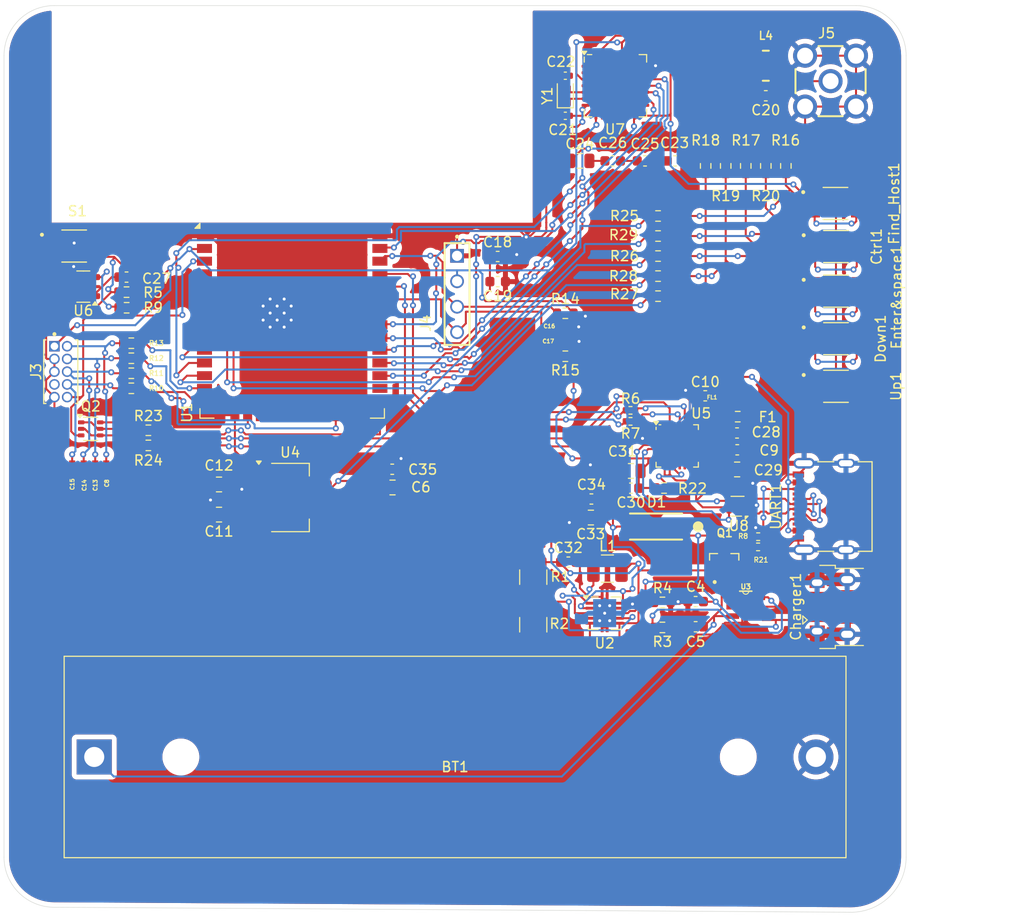
<source format=kicad_pcb>
(kicad_pcb (version 20241229) (generator "pcbnew") (generator_version "9.0")
  (layers (0 "F.Cu" signal) (2 "B.Cu" signal) (13 "F.Paste" user) (15 "B.Paste" user) (5 "F.SilkS" user "F.Silkscreen") (7 "B.SilkS" user "B.Silkscreen") (1 "F.Mask" user) (3 "B.Mask" user) (25 "Edge.Cuts" user))
  (net 0 "")
  (net 1 "Net-(Charger1-VBUS)")
  (net 2 "3.3V OUT")
  (net 3 "Net-(C8-Pad1)")
  (net 4 "EN")
  (net 5 "Net-(C13-Pad1)")
  (net 6 "Net-(C14-Pad1)")
  (net 7 "Net-(C15-Pad1)")
  (net 8 "TX")
  (net 9 "RX")
  (net 10 "I2C SCL")
  (net 11 "I2C SDL")
  (net 12 "Net-(C20-Pad1)")
  (net 13 "Net-(C20-Pad2)")
  (net 14 "Net-(U7-XTB)")
  (net 15 "Net-(U7-XTA)")
  (net 16 "Net-(U5-REGIN)")
  (net 17 "Net-(Q1-D)")
  (net 18 "GND")
  (net 19 "5v OUT")
  (net 20 "Net-(U2-VAUX)")
  (net 21 "Net-(U2-L)")
  (net 22 "Net-(U2-UVLO)")
  (net 23 "Net-(C23-Pad1)")
  (net 24 "Net-(BT1-+)")
  (net 26 "Net-(U3-PROG)")
  (net 27 "Net-(Charger1-D+)")
  (net 28 "Net-(Ctrl1-Pad3)")
  (net 29 "Net-(Down1-Pad3)")
  (net 30 "Net-(Enter&space1-Pad3)")
  (net 31 "Net-(F1-Pad2)")
  (net 32 "Net-(U5-D-)")
  (net 33 "Net-(U5-D+)")
  (net 34 "Net-(Find_Host1-Pad3)")
  (net 38 "Net-(U5-VPP)")
  (net 40 "Net-(U5-~{RST})")
  (net 42 "Net-(FL1-Pad2)")
  (net 44 "DTR")
  (net 50 "Net-(C24-Pad1)")
  (net 51 "Net-(C25-Pad2)")
  (net 53 "Net-(U7-PA_BOOST)")
  (net 54 "MTDI")
  (net 55 "MTDO")
  (net 56 "MTCK")
  (net 57 "MTMS")
  (net 58 "RESET")
  (net 59 "SCK")
  (net 60 "NSS(CS)")
  (net 61 "MISO")
  (net 62 "MOSI")
  (net 63 "DIO0(IRQ)")
  (net 75 "Net-(U1-EN)")
  (net 77 "RTS")
  (net 78 "IO0")
  (net 80 "Net-(U5-RXD)")
  (net 81 "Net-(U5-TXD)")
  (net 83 "Net-(UART1-CC2)")
  (net 87 "Net-(R18-Pad1)")
  (net 93 "Net-(UART1-CC1)")
  (net 96 "Net-(U5-~{DTR})")
  (net 97 "Net-(U5-~{RTS})")
  (net 98 "Find_Host")
  (net 99 "Enter&space")
  (net 100 "Up")
  (net 101 "Down")
  (net 102 "Ctrl")
  (net 103 "Net-(U8-I{slash}O2-Pad3)")
  (net 104 "Net-(U8-I{slash}O1-Pad1)")
  (footprint "Capacitor_SMD:C_0603_1608Metric" (layer "F.Cu") (at 71.3 70.55)
    (property "Reference" "C32")
    (property "Value" "4.7uF")
  )
  (footprint "Resistor_SMD:R_0603_1608Metric" (layer "F.Cu") (at 93 31 90)
    (property "Reference" "R16")
    (property "Value" "100K")
  )
  (footprint "Resistor_SMD:R_0603_1608Metric" (layer "F.Cu") (at 80.25 42 180)
    (property "Reference" "R28")
    (property "Value" "100R")
  )
  (footprint "12402012E212A:AMPHENOL_12402012E212A" (layer "F.Cu") (at 99 65 90)
    (property "Reference" "UART1")
    (property "Value" "USB_C_Receptacle_USB2.0_16P")
  )
  (footprint "PESD0402-140:RESC1005X35N" (layer "F.Cu") (at 21.8 61.1 -90)
    (property "Reference" "C15")
    (property "Value" "PESD0402-140")
  )
  (footprint "Capacitor_SMD:C_0603_1608Metric" (layer "F.Cu") (at 91 24 180)
    (property "Reference" "C20")
    (property "Value" "27pF")
  )
  (footprint "PESD0402-140:RESC1005X35N" (layer "F.Cu") (at 24.1 61.1 -90)
    (property "Reference" "C13")
    (property "Value" "PESD0402-140")
  )
  (footprint "Diode_SMD:SW_SKRPABE010" (layer "F.Cu") (at 98 53)
    (property "Reference" "Up1")
    (property "Value" "Up")
  )
  (footprint "Crystal:Crystal_SMD_2012-2Pin_2.0x1.2mm" (layer "F.Cu") (at 71 24 90)
    (property "Reference" "Y1")
    (property "Value" "Crystal")
  )
  (footprint "Diode_SMD:SW_SKRPABE010" (layer "F.Cu") (at 22 39)
    (property "Reference" "S1")
    (property "Value" "SKRPABE010")
  )
  (footprint "Resistor_SMD:R_0402_1005Metric" (layer "F.Cu") (at 77.5 55.4)
    (property "Reference" "R6")
    (property "Value" "22R")
  )
  (footprint "Capacitor_SMD:C_0603_1608Metric" (layer "F.Cu") (at 64.25 42.55)
    (property "Reference" "C19")
    (property "Value" "4.7uF")
  )
  (footprint "Inductor_SMD:L_1210_3225Metric" (layer "F.Cu") (at 75.2 71.2 180)
    (property "Reference" "L1")
    (property "Value" "2.2uH")
  )
  (footprint "Capacitor_SMD:C_0603_1608Metric" (layer "F.Cu") (at 27.225 42.1)
    (property "Reference" "C27")
    (property "Value" "0.1uF")
  )
  (footprint "Capacitor_SMD:C_0603_1608Metric" (layer "F.Cu") (at 84 74.49 180)
    (property "Reference" "C4")
    (property "Value" "4.7uF")
  )
  (footprint "Resistor_SMD:R_0402_1005Metric" (layer "F.Cu") (at 90.23 69.03)
    (property "Reference" "R21")
    (property "Value" "5.1K")
  )
  (footprint "Capacitor_SMD:C_0603_1608Metric" (layer "F.Cu") (at 78.95 30.5 180)
    (property "Reference" "C25")
    (property "Value" "1uF")
  )
  (footprint "WE-TPC_2811:WE-TPC_2811" (layer "F.Cu") (at 91 21 -90)
    (property "Reference" "L4")
    (property "Value" "WE-TPC_2811")
  )
  (footprint "Capacitor_SMD:C_0603_1608Metric" (layer "F.Cu") (at 77.55 63.17 180)
    (property "Reference" "C30")
    (property "Value" "0.1uF")
  )
  (footprint "SMA-J-P-X-ST-TH1:SAMTEC_SMA-J-P-X-ST-TH1" (layer "F.Cu") (at 97.46 22.54)
    (property "Reference" "J5")
    (property "Value" "SMA-J-P-X-ST-TH1")
  )
  (footprint "Capacitor_SMD:C_0603_1608Metric" (layer "F.Cu") (at 53.73 61.28)
    (property "Reference" "C35")
    (property "Value" "1uF")
  )
  (footprint "Resistor_SMD:R_1210_3225Metric" (layer "F.Cu") (at 67.8 72.05 -90)
    (property "Reference" "R1")
    (property "Value" "2M")
  )
  (footprint "Package_TO_SOT_SMD:SOT-363_SC-70-6" (layer "F.Cu") (at 23.65 57.25)
    (property "Reference" "Q2")
    (property "Value" "UMH3N")
  )
  (footprint "Resistor_SMD:R_0603_1608Metric" (layer "F.Cu") (at 85 31 90)
    (property "Reference" "R18")
    (property "Value" "100K")
  )
  (footprint "Capacitor_SMD:C_0603_1608Metric" (layer "F.Cu") (at 81.95 30.5)
    (property "Reference" "C23")
    (property "Value" "0.1uF")
  )
  (footprint "PESD0402-140:RESC1005X35N" (layer "F.Cu") (at 71 48.5)
    (property "Reference" "C17")
    (property "Value" "PESD0402-140")
  )
  (footprint "Varistor:SULLINS_GRPB052VWVN-RC" (layer "F.Cu") (at 20.665 51.54 -90)
    (property "Reference" "J3")
    (property "Value" "GRPB052VWVN-RC")
  )
  (footprint "SI2333DS-T1-E3:SOT95P237X112-3N" (layer "F.Cu") (at 86.85 70.35 90)
    (property "Reference" "Q1")
    (property "Value" "Q_PMOS_DSG")
  )
  (footprint "Resistor_SMD:R_0402_1005Metric" (layer "F.Cu") (at 77.5 56.5)
    (property "Reference" "R7")
    (property "Value" "22R")
  )
  (footprint "Resistor_SMD:R_0603_1608Metric" (layer "F.Cu") (at 29.4 57.39)
    (property "Reference" "R23")
    (property "Value" "10K")
  )
  (footprint "Resistor_SMD:R_0603_1608Metric" (layer "F.Cu") (at 80.685 77.07)
    (property "Reference" "R3")
    (property "Value" "10K")
  )
  (footprint "Resistor_SMD:R_0603_1608Metric" (layer "F.Cu") (at 27.7 48.7 180)
    (property "Reference" "R13")
    (property "Value" "100R")
  )
  (footprint "Capacitor_SMD:C_0805_2012Metric" (layer "F.Cu") (at 36.45 62.8 180)
    (property "Reference" "C12")
    (property "Value" "22uF")
  )
  (footprint "Resistor_SMD:R_0603_1608Metric" (layer "F.Cu") (at 71 50)
    (property "Reference" "R15")
    (property "Value" "2.2K")
  )
  (footprint "Capacitor_SMD:C_0402_1005Metric" (layer "F.Cu") (at 71 22 180)
    (property "Reference" "C22")
    (property "Value" "12pF")
  )
  (footprint "Resistor_SMD:R_0603_1608Metric" (layer "F.Cu") (at 71 45.71)
    (property "Reference" "R14")
    (property "Value" "2.2K")
  )
  (footprint "BLM21PG221SN1D:BEADC2012X105N" (layer "F.Cu") (at 88.28 54.1 180)
    (property "Reference" "FL1")
    (property "Value" "BLM21PG221SN1D")
  )
  (footprint "Resistor_SMD:R_0603_1608Metric" (layer "F.Cu") (at 80.25 36 180)
    (property "Reference" "R25")
    (property "Value" "100R")
  )
  (footprint "Resistor_SMD:R_0603_1608Metric" (layer "F.Cu") (at 88.2 56.03)
    (property "Reference" "F1")
    (property "Value" "Polyfuse")
  )
  (footprint "Diode_SMD:SW_SKRPABE010" (layer "F.Cu") (at 98 39.05)
    (property "Reference" "Ctrl1")
    (property "Value" "Ctrl")
  )
  (footprint "Package_SON:Texas_S-PVSON-N10_ThermalVias" (layer "F.Cu") (at 74.925 75.65)
    (property "Reference" "U2")
    (property "Value" "TPS61200DRC")
  )
  (footprint "Resistor_SMD:R_0603_1608Metric" (layer "F.Cu") (at 89 31 90)
    (property "Reference" "R17")
    (property "Value" "100K")
  )
  (footprint "Package_TO_SOT_SMD:SOT-23" (layer "F.Cu") (at 22.9125 43.05 180)
    (property "Reference" "U6")
    (property "Value" "TPS3839DBZ")
  )
  (footprint "Battery:BatteryHolder_MPD_BH-18650-PC2" (layer "F.Cu") (at 24 90)
    (property "Reference" "BT1")
    (property "Value" "Battery_Cell")
  )
  (footprint "Diode_SMD:SW_SKRPABE010" (layer "F.Cu") (at 98 48.25)
    (property "Reference" "Down1")
    (property "Value" "Down")
  )
  (footprint "Capacitor_SMD:C_0603_1608Metric" (layer "F.Cu") (at 84.96 53.95 180)
    (property "Reference" "C10")
    (property "Value" "4.7uF")
  )
  (footprint "Capacitor_SMD:C_0805_2012Metric" (layer "F.Cu") (at 53.76 63.1)
    (property "Reference" "C6")
    (property "Value" "22uF")
  )
  (footprint "PESD0402-140:RESC1005X35N" (layer "F.Cu") (at 22.95 61.1 -90)
    (property "Reference" "C14")
    (property "Value" "PESD0402-140")
  )
  (footprint "Resistor_SMD:R_0603_1608Metric" (layer "F.Cu") (at 27.7 50.2 180)
    (property "Reference" "R12")
    (property "Value" "100R")
  )
  (footprint "Resistor_SMD:R_1210_3225Metric" (layer "F.Cu") (at 67.8 76.8 -90)
    (property "Reference" "R2")
    (property "Value" "180K")
  )
  (footprint "Connector_USB:USB_Micro-B_Amphenol_10103594-0001LF_Horizontal" (layer "F.Cu") (at 98 75 90)
    (property "Reference" "Charger1")
    (property "Value" "Charger")
  )
  (footprint "Resistor_SMD:R_0603_1608Metric" (layer "F.Cu") (at 80.25 38 180)
    (property "Reference" "R29")
    (property "Value" "100R")
  )
  (footprint "Resistor_SMD:R_0603_1608Metric" (layer "F.Cu") (at 80.25 44 180)
    (property "Reference" "R27")
    (property "Value" "100R")
  )
  (footprint "Resistor_SMD:R_0603_1608Metric" (layer "F.Cu") (at 80.85 63.15 180)
    (property "Reference" "R22")
    (property "Value" "10K")
  )
  (footprint "Resistor_SMD:R_0603_1608Metric" (layer "F.Cu") (at 27.225 43.6)
    (property "Reference" "R5")
    (property "Value" "10K")
  )
  (footprint "Capacitor_SMD:C_0805_2012Metric" (layer "F.Cu") (at 88.14 61.3)
    (property "Reference" "C29")
    (property "Value" "22uF")
  )
  (footprint "Package_TO_SOT_SMD:SOT-223-3_TabPin2" (layer "F.Cu") (at 43.55 64.1)
    (property "Reference" "U4")
    (property "Value" "AMS1117-3.3")
  )
  (footprint "Package_TO_SOT_SMD:SOT95P280X145-5N" (layer "F.Cu") (at 89 75)
    (property "Reference" "U3")
    (property "Value" "MCP73831-2-OT")
  )
  (footprint "Resistor_SMD:R_0603_1608Metric" (layer "F.Cu") (at 29.4 58.9)
    (property "Reference" "R24")
    (property "Value" "10K")
  )
  (footprint "Capacitor_SMD:C_0805_2012Metric" (layer "F.Cu") (at 72.45 30.5 180)
    (property "Reference" "C24")
    (property "Value" "22uF")
  )
  (footprint "Resistor_SMD:R_0603_1608Metric" (layer "F.Cu") (at 87 31 90)
    (property "Reference" "R19")
    (property "Value" "100K")
  )
  (footprint "HTSW-104-20-TM-S:SAMTEC_HTSW-104-20-TM-S" (layer "F.Cu") (at 60.2 43.7875 90)
    (property "Reference" "J4")
    (property "Value" "OLED")
  )
  (footprint "Capacitor_SMD:C_0603_1608Metric" (layer "F.Cu") (at 73.6 64.25)
    (property "Reference" "C34")
    (property "Value" "1uF")
  )
  (footprint "Capacitor_SMD:C_0603_1608Metric" (layer "F.Cu") (at 64.25 40.04)
    (property "Reference" "C18")
    (property "Value" "0.1uF")
  )
  (footprint "Package_TO_SOT_SMD:SOT-666" (layer "F.Cu") (at 88.18 64.9725 180)
    (property "Reference" "U8")
    (property "Value" "USBLC6-2P6")
  )
  (footprint "Capacitor_SMD:C_0603_1608Metric" (layer "F.Cu") (at 88.13 57.66 180)
    (property "Reference" "C28")
    (property "Value" "0.1uF")
  )
  (footprint "Resistor_SMD:R_0603_1608Metric" (layer "F.Cu") (at 80.25 40 180)
    (property "Reference" "R26")
    (property "Value" "100R")
  )
  (footprint "Capacitor_SMD:C_0402_1005Metric" (layer "F.Cu") (at 71 26 180)
    (property "Reference" "C21")
    (property "Value" "12pF")
  )
  (footprint "Resistor_SMD:R_0603_1608Metric" (layer "F.Cu") (at 80.685 74.57)
    (property "Reference" "R4")
    (property "Value" "10K")
  )
  (footprint "Resistor_SMD:R_0603_1608Metric" (layer "F.Cu") (at 27.7 51.7 180)
    (property "Reference" "R11")
    (property "Value" "100R")
  )
  (footprint "Package_DFN_QFN:QFN-24-1EP_4x4mm_P0.5mm_EP2.6x2.6mm" (layer "F.Cu") (at 82.1625 58.95)
    (property "Reference" "U5")
    (property "Value" "CP2104")
  )
  (footprint "Capacitor_SMD:C_0603_1608Metric" (layer "F.Cu") (at 75.725 30.5 180)
    (property "Reference" "C26")
    (property "Value" "10uF")
  )
  (footprint "RF_Module:ESP32-WROOM-32E" (layer "F.Cu") (at 43.75 43.23)
    (property "Reference" "U1")
    (property "Value" "ESP32-WROOM-32E")
  )
  (footprint "Resistor_SMD:R_0402_1005Metric" (layer "F.Cu") (at 90.24 68.01)
    (property "Reference" "R8")
    (property "Value" "5.1K")
  )
  (footprint "Package_DFN_QFN:QFN-28-1EP_6x6mm_P0.65mm_EP4.8x4.8mm" (layer "F.Cu") (at 76 23)
    (property "Reference" "U7")
    (property "Value" "SX1278")
  )
  (footprint "Capacitor_SMD:C_0805_2012Metric" (layer "F.Cu") (at 73.55 66.1 180)
    (property "Reference" "C33")
    (property "Value" "22uF")
  )
  (footprint "PESD0402-140:RESC1005X35N" (layer "F.Cu") (at 25.2 61.1 -90)
    (property "Reference" "C8")
    (property "Value" "PESD0402-140")
  )
  (footprint "Capacitor_SMD:C_0603_1608Metric" (layer "F.Cu") (at 88.15 59.34)
    (property "Reference" "C9")
    (property "Value" "4.7uF")
  )
  (footprint "Resistor_SMD:R_0603_1608Metric" (layer "F.Cu") (at 27.235 45.16)
    (property "Reference" "R9")
    (property "Value" "100K")
  )
  (footprint "Diode_SMD:DIOM5226X220N" (layer "F.Cu") (at 80.05 67 180)
    (property "Reference" "D1")
    (property "Value" "D_Schottky")
  )
  (footprint "Resistor_SMD:R_0603_1608Metric" (layer "F.Cu") (at 27.7 53.2 180)
    (property "Reference" "R10")
    (property "Value" "100R")
  )
  (footprint "PESD0402-140:RESC1005X35N" (layer "F.Cu") (at 71 47)
    (property "Reference" "C16")
    (property "Value" "PESD0402-140")
  )
  (footprint "Diode_SMD:SW_SKRPABE010" (layer "F.Cu") (at 97.95 34.75)
    (property "Reference" "Find_Host1")
    (property "Value" "Find_Host")
  )
  (footprint "Diode_SMD:SW_SKRPABE010" (layer "F.Cu") (at 98 43.5)
    (property "Reference" "Enter&space1")
    (property "Value" "Enter&space")
  )
  (footprint "Capacitor_SMD:C_0805_2012Metric" (layer "F.Cu") (at 77.55 61.45)
    (property "Reference" "C31")
    (property "Value" "22uF")
  )
  (footprint "Capacitor_SMD:C_0805_2012Metric" (layer "F.Cu") (at 36.45 65.81 180)
    (property "Reference" "C11")
    (property "Value" "22uF")
  )
  (footprint "Resistor_SMD:R_0603_1608Metric" (layer "F.Cu") (at 91 31 90)
    (property "Reference" "R20")
    (property "Value" "100K")
  )
  (footprint "Capacitor_SMD:C_0603_1608Metric" (layer "F.Cu") (at 84 77 180)
    (property "Reference" "C5")
    (property "Value" "4.7uF")
  )
  (gr_line (start 100 15) (end 20 15) (stroke (width 0.05)) (layer "Edge.Cuts"))
  (gr_arc (start 105 100) (mid 103.389087 103.889087) (end 99.5 105.5) (stroke (width 0.05)) (layer "Edge.Cuts"))
  (gr_arc (start 20 105) (mid 16.464466 103.535534) (end 15 100) (stroke (width 0.05)) (layer "Edge.Cuts"))
  (gr_line (start 20 105) (end 99.5 105.5) (stroke (width 0.05)) (layer "Edge.Cuts"))
  (gr_arc (start 15 20) (mid 16.464466 16.464466) (end 20 15) (stroke (width 0.05)) (layer "Edge.Cuts"))
  (gr_line (start 15 20) (end 15 100) (stroke (width 0.05)) (layer "Edge.Cuts"))
  (gr_arc (start 100 15) (mid 103.535534 16.464466) (end 105 20) (stroke (width 0.05)) (layer "Edge.Cuts"))
  (gr_line (start 105 20) (end 105 100) (stroke (width 0.05)) (layer "Edge.Cuts"))
  (segment (start 84.785 74.5) (end 84.775 74.49) (width 0.2) (layer "F.Cu") (net 1))
  (segment (start 86.85 69.325) (end 85.425 67.9) (width 0.2) (layer "F.Cu") (net 1))
  (segment (start 85.425 67.9) (end 84.25 67.9) (width 0.2) (layer "F.Cu") (net 1))
  (segment (start 92 76.325) (end 96.235 76.325) (width 0.2) (layer "F.Cu") (net 1))
  (segment (start 90.2954 75.9398) (end 90.6806 76.325) (width 0.2) (layer "F.Cu") (net 1))
  (segment (start 90.6806 76.325) (end 92 76.325) (width 0.2) (layer "F.Cu") (net 1))
  (segment (start 92 76.325) (end 92 77) (width 0.2) (layer "F.Cu") (net 1))
  (segment (start 86 74.5) (end 84.785 74.5) (width 0.2) (layer "F.Cu") (net 1))
  (segment (start 79 72.5) (end 79 73.55) (width 0.2) (layer "F.Cu") (net 1))
  (segment (start 79 73.55) (end 79.86 74.41) (width 0.2) (layer "F.Cu") (net 1))
  (segment (start 79.86 74.41) (end 79.86 74.57) (width 0.2) (layer "F.Cu") (net 1))
  (segment (start 83.1 67.9) (end 82.2 67) (width 0.2) (layer "F.Cu") (net 1))
  (segment (start 84.25 67.9) (end 83.1 67.9) (width 0.2) (layer "F.Cu") (net 1))
  (via (at 84.25 67.9) (size 0.6) (drill 0.3) (layers "F.Cu" "B.Cu") (net 1))
  (via (at 79 72.5) (size 0.6) (drill 0.3) (layers "F.Cu" "B.Cu") (net 1))
  (via (at 92 77) (size 0.6) (drill 0.3) (layers "F.Cu" "B.Cu") (net 1))
  (via (at 86 74.5) (size 0.6) (drill 0.3) (layers "F.Cu" "B.Cu") (net 1))
  (segment (start 84.25 72.25) (end 84 72.5) (width 0.2) (layer "B.Cu") (net 1))
  (segment (start 86.5 75) (end 86 74.5) (width 0.2) (layer "B.Cu") (net 1))
  (segment (start 88.5 77) (end 86.5 75) (width 0.2) (layer "B.Cu") (net 1))
  (segment (start 79 72.5) (end 84 72.5) (width 0.2) (layer "B.Cu") (net 1))
  (segment (start 92 77) (end 88.5 77) (width 0.2) (layer "B.Cu") (net 1))
  (segment (start 84.25 67.9) (end 84.25 72.25) (width 0.2) (layer "B.Cu") (net 1))
  (segment (start 84 72.5) (end 86.5 75) (width 0.2) (layer "B.Cu") (net 1))
  (segment (start 77.850735 26.086765) (end 77.95 25.9875) (width 0.2) (layer "F.Cu") (net 2))
  (segment (start 81.5 18.401) (end 76.95 18.401) (width 0.2) (layer "F.Cu") (net 2))
  (segment (start 52.81 63.1) (end 52.16 62.45) (width 0.2) (layer "F.Cu") (net 2))
  (segment (start 72.1 21.803969) (end 72.1 18.65) (width 0.2) (layer "F.Cu") (net 2))
  (segment (start 52.955 61.28) (end 52.955 62.955) (width 0.2) (layer "F.Cu") (net 2))
  (segment (start 95.925 42.425) (end 100.075 42.425) (width 0.2) (layer "F.Cu") (net 2))
  (segment (start 79.27 60.68) (end 79.27 60.2) (width 0.2) (layer "F.Cu") (net 2))
  (segment (start 76.7505 18.6005) (end 76.65 18.701) (width 0.2) (layer "F.Cu") (net 2))
  (segment (start 95.925 37.975) (end 100.075 37.975) (width 0.2) (layer "F.Cu") (net 2))
  (segment (start 52.16 62.45) (end 48.35 62.45) (width 0.2) (layer "F.Cu") (net 2))
  (segment (start 78.325 63.17) (end 78.325 61.625) (width 0.2) (layer "F.Cu") (net 2))
  (segment (start 34.94 39.3) (end 35 39.24) (width 0.2) (layer "F.Cu") (net 2))
  (segment (start 63.475 40.04) (end 63.475 42.55) (width 0.2) (layer "F.Cu") (net 2))
  (segment (start 78.5 61.45) (end 79.27 60.68) (width 0.2) (layer "F.Cu") (net 2))
  (segment (start 80.225 60.2) (end 79.27 60.2) (width 0.2) (layer "F.Cu") (net 2))
  (segment (start 81.5 25.8) (end 81.5 25.7) (width 0.2) (layer "F.Cu") (net 2))
  (segment (start 100.025 33.675) (end 98 33.675) (width 0.2) (layer "F.Cu") (net 2))
  (segment (start 98 51.925) (end 100.075 51.925) (width 0.2) (layer "F.Cu") (net 2))
  (segment (start 98 51.925) (end 98 47.175) (width 0.2) (layer "F.Cu") (net 2))
  (segment (start 46.7 64.1) (end 40.4 64.1) (width 0.2) (layer "F.Cu") (net 2))
  (segment (start 77.95 25.9875) (end 81.3125 25.9875) (width 0.2) (layer "F.Cu") (net 2))
  (segment (start 73.0125 22.35) (end 72.646031 22.35) (width 0.2) (layer "F.Cu") (net 2))
  (segment (start 71.5 30.5) (end 72.725 29.275) (width 0.2) (layer "F.Cu") (net 2))
  (segment (start 70.615 44.5) (end 63.05 44.5) (width 0.2) (layer "F.Cu") (net 2))
  (segment (start 31.596902 41.2) (end 29.75 43.046902) (width 0.2) (layer "F.Cu") (net 2))
  (segment (start 29.75 43.046902) (end 29.75 43.05) (width 0.2) (layer "F.Cu") (net 2))
  (segment (start 72.646031 22.35) (end 72.1 21.803969) (width 0.2) (layer "F.Cu") (net 2))
  (segment (start 52.955 62.955) (end 52.81 63.1) (width 0.2) (layer "F.Cu") (net 2))
  (segment (start 98 33.675) (end 95.875 33.675) (width 0.2) (layer "F.Cu") (net 2))
  (segment (start 98 47.175) (end 98 33.675) (width 0.2) (layer "F.Cu") (net 2))
  (segment (start 71.825 45.71) (end 70.615 44.5) (width 0.2) (layer "F.Cu") (net 2))
  (segment (start 76.95 18.401) (end 76.7505 18.6005) (width 0.2) (layer "F.Cu") (net 2))
  (segment (start 78.325 61.625) (end 78.5 61.45) (width 0.2) (layer "F.Cu") (net 2))
  (segment (start 81.5 26.8) (end 81.5 25.7) (width 0.2) (layer "F.Cu") (net 2))
  (segment (start 22.13 46.9) (end 22.3 46.9) (width 0.2) (layer "F.Cu") (net 2))
  (segment (start 38.7 64.1) (end 40.4 64.1) (width 0.2) (layer "F.Cu") (net 2))
  (segment (start 78.345 63.15) (end 78.325 63.17) (width 0.2) (layer "F.Cu") (net 2))
  (segment (start 63.475 43.375) (end 63.475 42.55) (width 0.2) (layer "F.Cu") (net 2))
  (segment (start 77.850735 27.050735) (end 77.850735 26.086765) (width 0.2) (layer "F.Cu") (net 2))
  (segment (start 95.875 33.675) (end 94.57353 33.675) (width 0.2) (layer "F.Cu") (net 2))
  (segment (start 71.825 53.45) (end 71.825 50) (width 0.2) (layer "F.Cu") (net 2))
  (segment (start 73 46.885) (end 73 48.825) (width 0.2) (layer "F.Cu") (net 2))
  (segment (start 71.825 45.71) (end 73 46.885) (width 0.2) (layer "F.Cu") (net 2))
  (segment (start 33.5 39.3) (end 34.94 39.3) (width 0.2) (layer "F.Cu") (net 2))
  (segment (start 28.05 43.6) (end 29.2 43.6) (width 0.2) (layer "F.Cu") (net 2))
  (segment (start 20.03 49) (end 22.13 46.9) (width 0.2) (layer "F.Cu") (net 2))
  (segment (start 62.7 44.15) (end 63.475 43.375) (width 0.2) (layer "F.Cu") (net 2))
  (segment (start 81.5 25.7) (end 81.5 18.401) (width 0.2) (layer "F.Cu") (net 2))
  (segment (start 37.4 62.8) (end 38.7 64.1) (width 0.2) (layer "F.Cu") (net 2))
  (segment (start 76.65 18.701) (end 76.65 20.0125) (width 0.2) (layer "F.Cu") (net 2))
  (segment (start 80.025 63.15) (end 78.345 63.15) (width 0.2) (layer "F.Cu") (net 2))
  (segment (start 95.925 47.175) (end 98 47.175) (width 0.2) (layer "F.Cu") (net 2))
  (segment (start 63.05 44.5) (end 62.7 44.15) (width 0.2) (layer "F.Cu") (net 2))
  (segment (start 80.225 60.2) (end 80.225 59.7) (width 0.2) (layer "F.Cu") (net 2))
  (segment (start 81.3125 25.9875) (end 81.5 25.8) (width 0.2) (layer "F.Cu") (net 2))
  (segment (start 76.174265 18.674265) (end 76.676735 18.674265) (width 0.2) (layer "F.Cu") (net 2))
  (segment (start 76.676735 18.674265) (end 76.7505 18.6005) (width 0.2) (layer "F.Cu") (net 2))
  (segment (start 95.925 51.925) (end 98 51.925) (width 0.2) (layer "F.Cu") (net 2))
  (segment (start 48.35 62.45) (end 46.7 64.1) (width 0.2) (layer "F.Cu") (net 2))
  (segment (start 98 47.175) (end 100.075 47.175) (width 0.2) (layer "F.Cu") (net 2))
  (segment (start 94.57353 33.675) (end 93.749265 32.850735) (width 0.2) (layer "F.Cu") (net 2))
  (segment (start 72.725 29.275) (end 73.3 29.275) (width 0.2) (layer "F.Cu") (net 2))
  (segment (start 73 48.825) (end 71.825 50) (width 0.2) (layer "F.Cu") (net 2))
  (segment (start 29.2 43.6) (end 29.75 43.05) (width 0.2) (layer "F.Cu") (net 2))
  (segment (start 79.27 60.2) (end 71.7 60.2) (width 0.2) (layer "F.Cu") (net 2))
  (via (at 31.596902 41.2) (size 0.6) (drill 0.3) (layers "F.Cu" "B.Cu") (net 2))
  (via (at 33.5 39.3) (size 0.6) (drill 0.3) (layers "F.Cu" "B.Cu") (net 2))
  (via (at 93.749265 32.850735) (size 0.6) (drill 0.3) (layers "F.Cu" "B.Cu") (net 2))
  (via (at 72.1 18.65) (size 0.6) (drill 0.3) (layers "F.Cu" "B.Cu") (net 2))
  (via (at 71.825 53.45) (size 0.6) (drill 0.3) (layers "F.Cu" "B.Cu") (net 2))
  (via (at 62.7 44.15) (size 0.6) (drill 0.3) (layers "F.Cu" "B.Cu") (net 2))
  (via (at 22.3 46.9) (size 0.6) (drill 0.3) (layers "F.Cu" "B.Cu") (net 2))
  (via (at 48.35 62.45) (size 0.6) (drill 0.3) (layers "F.Cu" "B.Cu") (net 2))
  (via (at 73.3 29.275) (size 0.6) (drill 0.3) (layers "F.Cu" "B.Cu") (net 2))
  (via (at 76.174265 18.674265) (size 0.6) (drill 0.3) (layers "F.Cu" "B.Cu") (net 2))
  (via (at 77.850735 27.050735) (size 0.6) (drill 0.3) (layers "F.Cu" "B.Cu") (net 2))
  (via (at 71.7 60.2) (size 0.6) (drill 0.3) (layers "F.Cu" "B.Cu") (net 2))
  (via (at 81.5 26.8) (size 0.6) (drill 0.3) (layers "F.Cu" "B.Cu") (net 2))
  (segment (start 70.11 55.965) (end 70.11 58.61) (width 0.2) (layer "B.Cu") (net 2))
  (segment (start 81.5 31) (end 81.5 26.8) (width 0.2) (layer "B.Cu") (net 2))
  (segment (start 62.723618 44.126382) (end 62.723618 41.798675) (width 0.2) (layer "B.Cu") (net 2))
  (segment (start 28.1 46.9) (end 22.3 46.9) (width 0.2) (layer "B.Cu") (net 2))
  (segment (start 61.7 41.425) (end 60.2 41.425) (width 0.2) (layer "B.Cu") (net 2))
  (segment (start 77.850735 27.332165) (end 77.850735 27.050735) (width 0.2) (layer "B.Cu") (net 2))
  (segment (start 75.875 29.275) (end 75.89145 29.29145) (width 0.2) (layer "B.Cu") (net 2))
  (segment (start 31.596902 41.2) (end 31.596902 41.11369) (width 0.2) (layer "B.Cu") (net 2))
  (segment (start 72.1 38.7) (end 69.375 41.425) (width 0.2) (layer "B.Cu") (net 2))
  (segment (start 62.349943 41.425) (end 61.7 41.425) (width 0.2) (layer "B.Cu") (net 2))
  (segment (start 69.375 41.425) (end 61.7 41.425) (width 0.2) (layer "B.Cu") (net 2))
  (segment (start 69.375 41.425) (end 48.35 62.45) (width 0.2) (layer "B.Cu") (net 2))
  (segment (start 31.596902 41.11369) (end 32.399592 40.311) (width 0.2) (layer "B.Cu") (net 2))
  (segment (start 83.3 32.8) (end 81.5 31) (width 0.2) (layer "B.Cu") (net 2))
  (segment (start 72.1 18.65) (end 72.1 38.7) (width 0.2) (layer "B.Cu") (net 2))
  (segment (start 70.11 58.61) (end 71.7 60.2) (width 0.2) (layer "B.Cu") (net 2))
  (segment (start 31.596902 43.403098) (end 28.1 46.9) (width 0.2) (layer "B.Cu") (net 2))
  (segment (start 71.825 53.45) (end 71.825 54.25) (width 0.2) (layer "B.Cu") (net 2))
  (segment (start 93.749265 32.850735) (end 93.69853 32.8) (width 0.2) (layer "B.Cu") (net 2))
  (segment (start 93.69853 32.8) (end 83.3 32.8) (width 0.2) (layer "B.Cu") (net 2))
  (segment (start 73.3 29.275) (end 75.875 29.275) (width 0.2) (layer "B.Cu") (net 2))
  (segment (start 35.625 41.425) (end 33.5 39.3) (width 0.2) (layer "B.Cu") (net 2))
  (segment (start 62.7 44.15) (end 62.723618 44.126382) (width 0.2) (layer "B.Cu") (net 2))
  (segment (start 60.2 41.425) (end 35.625 41.425) (width 0.2) (layer "B.Cu") (net 2))
  (segment (start 60.2 42.5175) (end 60.2 41.425) (width 0.2) (layer "B.Cu") (net 2))
  (segment (start 75.89145 29.29145) (end 77.850735 27.332165) (width 0.2) (layer "B.Cu") (net 2))
  (segment (start 62.723618 41.798675) (end 62.349943 41.425) (width 0.2) (layer "B.Cu") (net 2))
  (segment (start 31.596902 41.2) (end 31.596902 43.403098) (width 0.2) (layer "B.Cu") (net 2))
  (segment (start 72.1 18.65) (end 76.15 18.65) (width 0.2) (layer "B.Cu") (net 2))
  (segment (start 71.825 54.25) (end 70.11 55.965) (width 0.2) (layer "B.Cu") (net 2))
  (segment (start 76.15 18.65) (end 76.174265 18.674265) (width 0.2) (layer "B.Cu") (net 2))
  (segment (start 32.399592 40.311) (end 32.489 40.311) (width 0.2) (layer "B.Cu") (net 2))
  (segment (start 32.489 40.311) (end 33.5 39.3) (width 0.2) (layer "B.Cu") (net 2))
  (segment (start 24.999 49.756421) (end 25.085421 49.67) (width 0.2) (layer "F.Cu") (net 3))
  (segment (start 26.875 48.7) (end 25.8 48.7) (width 0.2) (layer "F.Cu") (net 3))
  (segment (start 24.999 53.424904) (end 24.999 49.756421) (width 0.2) (layer "F.Cu") (net 3))
  (segment (start 25.092607 53.518511) (end 24.999 53.424904) (width 0.2) (layer "F.Cu") (net 3))
  (segment (start 25.2 60.643) (end 25.2 59.8) (width 0.2) (layer "F.Cu") (net 3))
  (via (at 25.2 59.8) (size 0.6) (drill 0.3) (layers "F.Cu" "B.Cu") (net 3))
  (via (at 25.8 48.7) (size 0.6) (drill 0.3) (layers "F.Cu" "B.Cu") (net 3))
  (via (at 25.092607 53.518511) (size 0.6) (drill 0.3) (layers "F.Cu" "B.Cu") (net 3))
  (via (at 25.085421 49.67) (size 0.6) (drill 0.3) (layers "F.Cu" "B.Cu") (net 3))
  (segment (start 25.2 53.625904) (end 25.092607 53.518511) (width 0.2) (layer "B.Cu") (net 3))
  (segment (start 25.5 48.7) (end 25.2 49) (width 0.2) (layer "B.Cu") (net 3))
  (segment (start 25.2 49) (end 21.3 49) (width 0.2) (layer "B.Cu") (net 3))
  (segment (start 25.8 48.7) (end 25.5 48.7) (width 0.2) (layer "B.Cu") (net 3))
  (segment (start 25.085421 49.114579) (end 25.2 49) (width 0.2) (layer "B.Cu") (net 3))
  (segment (start 25.2 59.8) (end 25.2 53.625904) (width 0.2) (layer "B.Cu") (net 3))
  (segment (start 25.085421 49.67) (end 25.085421 49.114579) (width 0.2) (layer "B.Cu") (net 3))
  (segment (start 21.7 57.5) (end 22.1 57.9) (width 0.2) (layer "F.Cu") (net 4))
  (segment (start 25.975 40.075) (end 24.075 40.075) (width 0.2) (layer "F.Cu") (net 4))
  (segment (start 22.72 54.08) (end 21.7 55.1) (width 0.2) (layer "F.Cu") (net 4))
  (segment (start 25.7 43.6) (end 25.399265 43.299265) (width 0.2) (layer "F.Cu") (net 4))
  (segment (start 28 42.1) (end 26.05 40.15) (width 0.2) (layer "F.Cu") (net 4))
  (segment (start 25.85 40.65) (end 25.85 40.35) (width 0.2) (layer "F.Cu") (net 4))
  (segment (start 25.7 43.6) (end 22.9 46.4) (width 0.2) (layer "F.Cu") (net 4))
  (segment (start 22.1 57.9) (end 22.7 57.9) (width 0.2) (layer "F.Cu") (net 4))
  (segment (start 19.925 40.075) (end 24.075 40.075) (width 0.2) (layer "F.Cu") (net 4))
  (segment (start 25.85 40.35) (end 26.05 40.15) (width 0.2) (layer "F.Cu") (net 4))
  (segment (start 22.9 53.9) (end 22.72 54.08) (width 0.2) (layer "F.Cu") (net 4))
  (segment (start 26.05 40.15) (end 25.975 40.075) (width 0.2) (layer "F.Cu") (net 4))
  (segment (start 22.9 46.4) (end 22.9 53.9) (width 0.2) (layer "F.Cu") (net 4))
  (segment (start 22.72 54.08) (end 21.3 54.08) (width 0.2) (layer "F.Cu") (net 4))
  (segment (start 21.7 55.1) (end 21.7 57.5) (width 0.2) (layer "F.Cu") (net 4))
  (segment (start 26.4 43.6) (end 25.7 43.6) (width 0.2) (layer "F.Cu") (net 4))
  (via (at 25.399265 43.299265) (size 0.6) (drill 0.3) (layers "F.Cu" "B.Cu") (net 4))
  (via (at 25.85 40.65) (size 0.6) (drill 0.3) (layers "F.Cu" "B.Cu") (net 4))
  (segment (start 25.85 42.84853) (end 25.85 40.65) (width 0.2) (layer "B.Cu") (net 4))
  (segment (start 25.399265 43.299265) (end 25.85 42.84853) (width 0.2) (layer "B.Cu") (net 4))
  (segment (start 26.875 50.2) (end 25.7 50.2) (width 0.2) (layer "F.Cu") (net 5))
  (segment (start 24.3 53.41) (end 24.3 50.94) (width 0.2) (layer "F.Cu") (net 5))
  (segment (start 24.1 60.643) (end 24.1 59.8) (width 0.2) (layer "F.Cu") (net 5))
  (via (at 24.3 50.94) (size 0.6) (drill 0.3) (layers "F.Cu" "B.Cu") (net 5))
  (via (at 24.1 59.8) (size 0.6) (drill 0.3) (layers "F.Cu" "B.Cu") (net 5))
  (via (at 24.3 53.41) (size 0.6) (drill 0.3) (layers "F.Cu" "B.Cu") (net 5))
  (via (at 25.7 50.2) (size 0.6) (drill 0.3) (layers "F.Cu" "B.Cu") (net 5))
  (segment (start 24.3 50.37) (end 24.2 50.27) (width 0.2) (layer "B.Cu") (net 5))
  (segment (start 24.1 53.61) (end 24.3 53.41) (width 0.2) (layer "B.Cu") (net 5))
  (segment (start 25.7 50.2) (end 25.63 50.27) (width 0.2) (layer "B.Cu") (net 5))
  (segment (start 24.1 59.8) (end 24.1 53.61) (width 0.2) (layer "B.Cu") (net 5))
  (segment (start 25.63 50.27) (end 24.2 50.27) (width 0.2) (layer "B.Cu") (net 5))
  (segment (start 24.3 50.94) (end 24.3 50.37) (width 0.2) (layer "B.Cu") (net 5))
  (segment (start 24.2 50.27) (end 21.3 50.27) (width 0.2) (layer "B.Cu") (net 5))
  (segment (start 26.875 51.7) (end 25.8 51.7) (width 0.2) (layer "F.Cu") (net 6))
  (segment (start 22.95 60.643) (end 22.95 59.85) (width 0.2) (layer "F.Cu") (net 6))
  (segment (start 22.95 59.85) (end 22.9 59.8) (width 0.2) (layer "F.Cu") (net 6))
  (segment (start 25.8 51.7) (end 25.7 51.6) (width 0.2) (layer "F.Cu") (net 6))
  (segment (start 23.5 53.41) (end 23.5 52.21) (width 0.2) (layer "F.Cu") (net 6))
  (via (at 23.5 52.21) (size 0.6) (drill 0.3) (layers "F.Cu" "B.Cu") (net 6))
  (via (at 23.5 53.41) (size 0.6) (drill 0.3) (layers "F.Cu" "B.Cu") (net 6))
  (via (at 25.7 51.6) (size 0.6) (drill 0.3) (layers "F.Cu" "B.Cu") (net 6))
  (via (at 22.9 59.8) (size 0.6) (drill 0.3) (layers "F.Cu" "B.Cu") (net 6))
  (segment (start 25.64 51.54) (end 21.3 51.54) (width 0.2) (layer "B.Cu") (net 6))
  (segment (start 23.5 59.2) (end 23.5 53.41) (width 0.2) (layer "B.Cu") (net 6))
  (segment (start 25.7 51.6) (end 25.64 51.54) (width 0.2) (layer "B.Cu") (net 6))
  (segment (start 23.5 52.21) (end 21.97 52.21) (width 0.2) (layer "B.Cu") (net 6))
  (segment (start 22.9 59.8) (end 23.5 59.2) (width 0.2) (layer "B.Cu") (net 6))
  (segment (start 21.97 52.21) (end 21.3 51.54) (width 0.2) (layer "B.Cu") (net 6))
  (segment (start 25.9 53.2) (end 25.6 52.9) (width 0.2) (layer "F.Cu") (net 7))
  (segment (start 26.875 53.2) (end 25.9 53.2) (width 0.2) (layer "F.Cu") (net 7))
  (segment (start 21.8 60.643) (end 21.8 59.8) (width 0.2) (layer "F.Cu") (net 7))
  (via (at 25.6 52.9) (size 0.6) (drill 0.3) (layers "F.Cu" "B.Cu") (net 7))
  (via (at 21.8 59.8) (size 0.6) (drill 0.3) (layers "F.Cu" "B.Cu") (net 7))
  (segment (start 25.51 52.81) (end 21.3 52.81) (width 0.2) (layer "B.Cu") (net 7))
  (segment (start 22.126 53.636) (end 21.3 52.81) (width 0.2) (layer "B.Cu") (net 7))
  (segment (start 21.8 59.8) (end 22.126 59.474) (width 0.2) (layer "B.Cu") (net 7))
  (segment (start 25.6 52.9) (end 25.51 52.81) (width 0.2) (layer "B.Cu") (net 7))
  (segment (start 22.126 59.474) (end 22.126 53.636) (width 0.2) (layer "B.Cu") (net 7))
  (segment (start 55.28 41.78) (end 52.5 41.78) (width 0.2) (layer "F.Cu") (net 8))
  (segment (start 76.99 55.4) (end 76.904096 55.4) (width 0.2) (layer "F.Cu") (net 8))
  (segment (start 71.351765 55.571765) (end 57.721822 55.571765) (width 0.2) (layer "F.Cu") (net 8))
  (segment (start 55.525 42.025) (end 55.28 41.78) (width 0.2) (layer "F.Cu") (net 8))
  (segment (start 57.721822 55.571765) (end 55.8 53.649943) (width 0.2) (layer "F.Cu") (net 8))
  (segment (start 55.8 53.649943) (end 55.8 44.92) (width 0.2) (layer "F.Cu") (net 8))
  (segment (start 76.904096 55.4) (end 76.299188 56.004908) (width 0.2) (layer "F.Cu") (net 8))
  (segment (start 55.8 42.025) (end 55.525 42.025) (width 0.2) (layer "F.Cu") (net 8))
  (via (at 76.299188 56.004908) (size 0.6) (drill 0.3) (layers "F.Cu" "B.Cu") (net 8))
  (via (at 71.351765 55.571765) (size 0.6) (drill 0.3) (layers "F.Cu" "B.Cu") (net 8))
  (via (at 55.8 42.025) (size 0.6) (drill 0.3) (layers "F.Cu" "B.Cu") (net 8))
  (via (at 55.8 44.92) (size 0.6) (drill 0.3) (layers "F.Cu" "B.Cu") (net 8))
  (segment (start 76.040057 55.99) (end 76.28428 55.99) (width 0.2) (layer "B.Cu") (net 8))
  (segment (start 71.351765 55.571765) (end 71.35353 55.57) (width 0.2) (layer "B.Cu") (net 8))
  (segment (start 75.620057 55.57) (end 76.040057 55.99) (width 0.2) (layer "B.Cu") (net 8))
  (segment (start 76.28428 55.99) (end 76.299188 56.004908) (width 0.2) (layer "B.Cu") (net 8))
  (segment (start 71.35353 55.57) (end 75.620057 55.57) (width 0.2) (layer "B.Cu") (net 8))
  (segment (start 55.8 44.92) (end 55.8 42.025) (width 0.2) (layer "B.Cu") (net 8))
  (segment (start 54.9 43) (end 54.85 43.05) (width 0.2) (layer "F.Cu") (net 9))
  (segment (start 70.99412 56.32) (end 57.52 56.32) (width 0.2) (layer "F.Cu") (net 9))
  (segment (start 54.85 43.05) (end 52.5 43.05) (width 0.2) (layer "F.Cu") (net 9))
  (segment (start 54.999997 53.799997) (end 54.999997 44.92) (width 0.2) (layer "F.Cu") (net 9))
  (segment (start 76.99 56.5) (end 76.68509 56.80491) (width 0.2) (layer "F.Cu") (net 9))
  (segment (start 57.52 56.32) (end 54.999997 53.799997) (width 0.2) (layer "F.Cu") (net 9))
  (segment (start 71.059298 56.31639) (end 71.059298 56.385178) (width 0.2) (layer "F.Cu") (net 9))
  (segment (start 76.68509 56.80491) (end 76.300005 56.80491) (width 0.2) (layer "F.Cu") (net 9))
  (segment (start 71.059298 56.385178) (end 70.99412 56.32) (width 0.2) (layer "F.Cu") (net 9))
  (via (at 76.300005 56.80491) (size 0.6) (drill 0.3) (layers "F.Cu" "B.Cu") (net 9))
  (via (at 54.999997 44.92) (size 0.6) (drill 0.3) (layers "F.Cu" "B.Cu") (net 9))
  (via (at 54.9 43) (size 0.6) (drill 0.3) (layers "F.Cu" "B.Cu") (net 9))
  (via (at 71.059298 56.31639) (size 0.6) (drill 0.3) (layers "F.Cu" "B.Cu") (net 9))
  (segment (start 75.764337 56.32) (end 76.050245 56.605908) (width 0.2) (layer "B.Cu") (net 9))
  (segment (start 71.059298 56.31639) (end 71.062908 56.32) (width 0.2) (layer "B.Cu") (net 9))
  (segment (start 54.999997 44.92) (end 54.999997 43.099997) (width 0.2) (layer "B.Cu") (net 9))
  (segment (start 76.101003 56.605908) (end 76.300005 56.80491) (width 0.2) (layer "B.Cu") (net 9))
  (segment (start 54.999997 43.099997) (end 54.9 43) (width 0.2) (layer "B.Cu") (net 9))
  (segment (start 71.062908 56.32) (end 75.764337 56.32) (width 0.2) (layer "B.Cu") (net 9))
  (segment (start 76.050245 56.605908) (end 76.101003 56.605908) (width 0.2) (layer "B.Cu") (net 9))
  (segment (start 58.75 40.6) (end 58.75 43.6075) (width 0.2) (layer "F.Cu") (net 10))
  (segment (start 52.5 40.51) (end 53.01 40) (width 0.2) (layer "F.Cu") (net 10))
  (segment (start 58.75 43.6075) (end 60.2 45.0575) (width 0.2) (layer "F.Cu") (net 10))
  (segment (start 58.119015 39.969015) (end 58.75 40.6) (width 0.2) (layer "F.Cu") (net 10))
  (segment (start 70.175 46.632) (end 70.543 47) (width 0.2) (layer "F.Cu") (net 10))
  (segment (start 69.5225 45.0575) (end 70.175 45.71) (width 0.2) (layer "F.Cu") (net 10))
  (segment (start 53.01 40) (end 53.73 40) (width 0.2) (layer "F.Cu") (net 10))
  (segment (start 60.2 45.0575) (end 69.5225 45.0575) (width 0.2) (layer "F.Cu") (net 10))
  (segment (start 70.175 45.71) (end 70.175 46.632) (width 0.2) (layer "F.Cu") (net 10))
  (segment (start 57.536644 39.969015) (end 58.119015 39.969015) (width 0.2) (layer "F.Cu") (net 10))
  (via (at 57.536644 39.969015) (size 0.6) (drill 0.3) (layers "F.Cu" "B.Cu") (net 10))
  (via (at 53.73 40) (size 0.6) (drill 0.3) (layers "F.Cu" "B.Cu") (net 10))
  (segment (start 57.505659 40) (end 57.536644 39.969015) (width 0.2) (layer "B.Cu") (net 10))
  (segment (start 53.73 40) (end 57.505659 40) (width 0.2) (layer "B.Cu") (net 10))
  (segment (start 58.57 44.32) (end 52.5 44.32) (width 0.2) (layer "F.Cu") (net 11))
  (segment (start 68.6 47.4) (end 69 47.8) (width 0.2) (layer "F.Cu") (net 11))
  (segment (start 58.6 44.35) (end 58.6 45.9975) (width 0.2) (layer "F.Cu") (net 11))
  (segment (start 70.543 49.632) (end 70.175 50) (width 0.2) (layer "F.Cu") (net 11))
  (segment (start 70.5 47.8) (end 70.5 48.457) (width 0.2) (layer "F.Cu") (net 11))
  (segment (start 61.075957 45.575958) (end 61.100865 45.55105) (width 0.2) (layer "F.Cu") (net 11))
  (segment (start 58.57 44.32) (end 58.6 44.35) (width 0.2) (layer "F.Cu") (net 11))
  (segment (start 69 47.8) (end 70.5 47.8) (width 0.2) (layer "F.Cu") (net 11))
  (segment (start 61.100865 45.55105) (end 68.6 45.55105) (width 0.2) (layer "F.Cu") (net 11))
  (segment (start 60.2 47.5975) (end 61.075957 46.721543) (width 0.2) (layer "F.Cu") (net 11))
  (segment (start 68.6 45.55105) (end 68.6 47.4) (width 0.2) (layer "F.Cu") (net 11))
  (segment (start 61.075957 46.721543) (end 61.075957 45.575958) (width 0.2) (layer "F.Cu") (net 11))
  (segment (start 70.543 48.5) (end 70.543 49.632) (width 0.2) (layer "F.Cu") (net 11))
  (segment (start 70.5 48.457) (end 70.543 48.5) (width 0.2) (layer "F.Cu") (net 11))
  (segment (start 58.6 45.9975) (end 60.2 47.5975) (width 0.2) (layer "F.Cu") (net 11))
  (segment (start 91.775 24) (end 93.235 22.54) (width 0.2) (layer "F.Cu") (net 12))
  (segment (start 93.235 22.54) (end 97.46 22.54) (width 0.2) (layer "F.Cu") (net 12))
  (segment (start 92.1 21) (end 92.1 22.125) (width 0.2) (layer "F.Cu") (net 13))
  (segment (start 92.1 22.125) (end 90.225 24) (width 0.2) (layer "F.Cu") (net 13))
  (segment (start 71.4 24.3) (end 73.0125 24.3) (width 0.2) (layer "F.Cu") (net 14))
  (segment (start 71 24.7) (end 71 25.52) (width 0.2) (layer "F.Cu") (net 14))
  (segment (start 71 25.52) (end 70.52 26) (width 0.2) (layer "F.Cu") (net 14))
  (segment (start 71 24.7) (end 71.4 24.3) (width 0.2) (layer "F.Cu") (net 14))
  (segment (start 71.35 23.65) (end 73.0125 23.65) (width 0.2) (layer "F.Cu") (net 15))
  (segment (start 70.52 22.82) (end 71 23.3) (width 0.2) (layer "F.Cu") (net 15))
  (segment (start 71 23.3) (end 71.35 23.65) (width 0.2) (layer "F.Cu") (net 15))
  (segment (start 70.52 22) (end 70.52 22.82) (width 0.2) (layer "F.Cu") (net 15))
  (segment (start 81.3 61.9) (end 81.4125 61.7875) (width 0.2) (layer "F.Cu") (net 16))
  (segment (start 87.355 57.66) (end 87.355 59.32) (width 0.2) (layer "F.Cu") (net 16))
  (segment (start 84.706 65.081) (end 84.0525 64.4275) (width 0.2) (layer "F.Cu") (net 16))
  (segment (start 87.19 61.3) (end 84.0625 64.4275) (width 0.2) (layer "F.Cu") (net 16))
  (segment (start 87.355 59.32) (end 87.375 59.34) (width 0.2) (layer "F.Cu") (net 16))
  (segment (start 81 61.9) (end 81.3 61.9) (width 0.2) (layer "F.Cu") (net 16))
  (segment (start 84.0525 63.4025) (end 83.05 62.4) (width 0.2) (layer "F.Cu") (net 16))
  (segment (start 87.255 64.9725) (end 87.056642 64.9725) (width 0.2) (layer "F.Cu") (net 16))
  (segment (start 80.9125 60.8875) (end 80.9125 61.8125) (width 0.2) (layer "F.Cu") (net 16))
  (segment (start 87.375 61.115) (end 87.19 61.3) (width 0.2) (layer "F.Cu") (net 16))
  (segment (start 84.0625 64.4275) (end 84.0525 64.4275) (width 0.2) (layer "F.Cu") (net 16))
  (segment (start 87.375 57.64) (end 87.355 57.66) (width 0.2) (layer "F.Cu") (net 16))
  (segment (start 81.999 62.374) (end 81.4125 61.7875) (width 0.2) (layer "F.Cu") (net 16))
  (segment (start 87.375 56.03) (end 87.375 57.64) (width 0.2) (layer "F.Cu") (net 16))
  (segment (start 82.088064 62.374) (end 81.999 62.374) (width 0.2) (layer "F.Cu") (net 16))
  (segment (start 82.114064 62.4) (end 82.088064 62.374) (width 0.2) (layer "F.Cu") (net 16))
  (segment (start 83.05 62.4) (end 82.114064 62.4) (width 0.2) (layer "F.Cu") (net 16))
  (segment (start 80.9125 61.8125) (end 81 61.9) (width 0.2) (layer "F.Cu") (net 16))
  (segment (start 84.0525 64.4275) (end 84.0525 63.4025) (width 0.2) (layer "F.Cu") (net 16))
  (segment (start 87.375 59.34) (end 87.375 61.115) (width 0.2) (layer "F.Cu") (net 16))
  (segment (start 81.4125 61.7875) (end 81.4125 60.8875) (width 0.2) (layer "F.Cu") (net 16))
  (segment (start 87.056642 64.9725) (end 86.948142 65.081) (width 0.2) (layer "F.Cu") (net 16))
  (segment (start 86.948142 65.081) (end 84.706 65.081) (width 0.2) (layer "F.Cu") (net 16))
  (segment (start 77.6 70.7) (end 77.1 71.2) (width 0.2) (layer "F.Cu") (net 17))
  (segment (start 77.948942 75.425388) (end 77.948943 75.425388) (width 0.2) (layer "F.Cu") (net 17))
  (segment (start 78.3 70.7) (end 77.6 70.7) (width 0.2) (layer "F.Cu") (net 17))
  (segment (start 76.4 76.65) (end 76.4 78.25) (width 0.2) (layer "F.Cu") (net 17))
  (segment (start 78.15 76.65) (end 76.685 76.65) (width 0.2) (layer "F.Cu") (net 17))
  (segment (start 78.3 76.5) (end 78.15 76.65) (width 0.2) (layer "F.Cu") (net 17))
  (segment (start 67.8375 70.55) (end 67.8 70.5875) (width 0.2) (layer "F.Cu") (net 17))
  (segment (start 70.525 70.55) (end 67.8375 70.55) (width 0.2) (layer "F.Cu") (net 17))
  (segment (start 77.948943 75.425388) (end 77.451057 75.425388) (width 0.2) (layer "F.Cu") (net 17))
  (segment (start 85.9 71.375) (end 78.325 71.375) (width 0.2) (layer "F.Cu") (net 17))
  (segment (start 77.1 71.2) (end 76.6 71.2) (width 0.2) (layer "F.Cu") (net 17))
  (segment (start 78.3 74.417) (end 78.3 75.074331) (width 0.2) (layer "F.Cu") (net 17))
  (segment (start 78.3 75.074331) (end 77.948942 75.425388) (width 0.2) (layer "F.Cu") (net 17))
  (segment (start 78.3 70.7) (end 78.3 71.4) (width 0.2) (layer "F.Cu") (net 17))
  (segment (start 78.325 71.375) (end 78.3 71.4) (width 0.2) (layer "F.Cu") (net 17))
  (segment (start 76.4 78.25) (end 76.05 78.6) (width 0.2) (layer "F.Cu") (net 17))
  (segment (start 77.451057 75.425388) (end 77.226445 75.65) (width 0.2) (layer "F.Cu") (net 17))
  (segment (start 70.525 70.55) (end 70.525 70.675) (width 0.2) (layer "F.Cu") (net 17))
  (segment (start 70.525 70.675) (end 71.5 71.65) (width 0.2) (layer "F.Cu") (net 17))
  (segment (start 78.3 74.417) (end 78.3 76.5) (width 0.2) (layer "F.Cu") (net 17))
  (segment (start 73.45 78.2) (end 73.45 76.65) (width 0.2) (layer "F.Cu") (net 17))
  (segment (start 73.85 78.6) (end 73.45 78.2) (width 0.2) (layer "F.Cu") (net 17))
  (segment (start 77.226445 75.65) (end 76.685 75.65) (width 0.2) (layer "F.Cu") (net 17))
  (segment (start 78.3 71.4) (end 78.3 74.417) (width 0.2) (layer "F.Cu") (net 17))
  (segment (start 76.05 78.6) (end 73.85 78.6) (width 0.2) (layer "F.Cu") (net 17))
  (via (at 71.5 71.65) (size 0.6) (drill 0.3) (layers "F.Cu" "B.Cu") (net 17))
  (via (at 78.3 70.7) (size 0.6) (drill 0.3) (layers "F.Cu" "B.Cu") (net 17))
  (segment (start 77.35 71.65) (end 78.3 70.7) (width 0.2) (layer "B.Cu") (net 17))
  (segment (start 71.5 71.65) (end 77.35 71.65) (width 0.2) (layer "B.Cu") (net 17))
  (segment (start 27.276 44.376) (end 27.276 42.926) (width 0.2) (layer "F.Cu") (net 18))
  (segment (start 38.035 59.435) (end 38.035 55.73) (width 0.2) (layer "F.Cu") (net 18))
  (segment (start 82.25 74.5) (end 81.58 74.5) (width 0.2) (layer "F.Cu") (net 18))
  (segment (start 72.6 70.025) (end 72.075 70.55) (width 0.2) (layer "F.Cu") (net 18))
  (segment (start 75.99 60.84) (end 73.5 60.84) (width 0.2) (layer "F.Cu") (net 18))
  (segment (start 89.72 69.89) (end 89.72 70.82) (width 0.2) (layer "F.Cu") (net 18))
  (segment (start 71.4 66.6) (end 72.1 66.6) (width 0.2) (layer "F.Cu") (net 18))
  (segment (start 92.56 62.42) (end 89.96 62.42) (width 0.2) (layer "F.Cu") (net 18))
  (segment (start 89.96 62.42) (end 89.7 62.68) (width 0.2) (layer "F.Cu") (net 18))
  (segment (start 22.925 44) (end 19.204 47.721) (width 0.2) (layer "F.Cu") (net 18))
  (segment (start 86.95 76.6) (end 88.65 76.6) (width 0.2) (layer "F.Cu") (net 18))
  (segment (start 67.23 37.97) (end 67.53 37.97) (width 0.2) (layer "F.Cu") (net 18))
  (segment (start 19.204 52.366) (end 19.204 53.254) (width 0.2) (layer "F.Cu") (net 18))
  (segment (start 38.924265 63.275735) (end 38.724265 63.275735) (width 0.2) (layer "F.Cu") (net 18))
  (segment (start 96.115 73.605) (end 96.235 73.725) (width 0.2) (layer "F.Cu") (net 18))
  (segment (start 40.4 61.8) (end 38.035 59.435) (width 0.2) (layer "F.Cu") (net 18))
  (segment (start 94.25 68.2) (end 94.25 68.75) (width 0.2) (layer "F.Cu") (net 18))
  (segment (start 28.06 45.16) (end 27.276 44.376) (width 0.2) (layer "F.Cu") (net 18))
  (segment (start 38.035 54.78) (end 38.035 55.73) (width 0.2) (layer "F.Cu") (net 18))
  (segment (start 94.25 61.8) (end 93.149322 61.8) (width 0.2) (layer "F.Cu") (net 18))
  (segment (start 65.025 40.04) (end 65.961 40.04) (width 0.2) (layer "F.Cu") (net 18))
  (segment (start 93.98 68.2) (end 92.29 69.89) (width 0.2) (layer "F.Cu") (net 18))
  (segment (start 78.9875 21.05) (end 79.95 21.05) (width 0.2) (layer "F.Cu") (net 18))
  (segment (start 73.32 74.02) (end 74.675 74.02) (width 0.2) (layer "F.Cu") (net 18))
  (segment (start 70.19345 26.611) (end 69.991225 26.408775) (width 0.2) (layer "F.Cu") (net 18))
  (segment (start 68.5 26.8) (end 68.891225 26.408775) (width 0.2) (layer "F.Cu") (net 18))
  (segment (start 83.225 77) (end 83.225 74.49) (width 0.2) (layer "F.Cu") (net 18))
  (segment (start 71.457 47) (end 71.457 48.5) (width 0.2) (layer "F.Cu") (net 18))
  (segment (start 81.4125 58.2) (end 80.225 58.2) (width 0.2) (layer "F.Cu") (net 18))
  (segment (start 73.45 76.15) (end 74.175 76.15) (width 0.2) (layer "F.Cu") (net 18))
  (segment (start 88.905 59.32) (end 88.925 59.34) (width 0.2) (layer "F.Cu") (net 18))
  (segment (start 81.58 74.5) (end 81.51 74.57) (width 0.2) (layer "F.Cu") (net 18))
  (segment (start 93.149322 61.8) (end 92.56 62.389322) (width 0.2) (layer "F.Cu") (net 18))
  (segment (start 60.68 37.49) (end 66.49 37.49) (width 0.2) (layer "F.Cu") (net 18))
  (segment (start 52.5 37.97) (end 60.2 37.97) (width 0.2) (layer "F.Cu") (net 18))
  (segment (start 40.85 51.965) (end 38.035 54.78) (width 0.2) (layer "F.Cu") (net 18))
  (segment (start 75.375 75.015) (end 75.51 75.15) (width 0.2) (layer "F.Cu") (net 18))
  (segment (start 72.45 70.925) (end 72.45 73.15) (width 0.2) (layer "F.Cu") (net 18))
  (segment (start 77.573932 74.735413) (end 77.7 74.735413) (width 0.2) (layer "F.Cu") (net 18))
  (segment (start 88.905 57.66) (end 88.905 59.32) (width 0.2) (layer "F.Cu") (net 18))
  (segment (start 87.7046 75) (end 88.7 75) (width 0.2) (layer "F.Cu") (net 18))
  (segment (start 35.6 65.71) (end 35.5 65.81) (width 0.2) (layer "F.Cu") (net 18))
  (segment (start 97.855 72.605) (end 98.185 72.275) (width 0.2) (layer "F.Cu") (net 18))
  (segment (start 96.425 77.755) (end 96.115 77.445) (width 0.2) (layer "F.Cu") (net 18))
  (segment (start 20.03 60.287) (end 21.3 61.557) (width 0.2) (layer "F.Cu") (net 18))
  (segment (start 35.6 64.35) (end 35.6 65.71) (width 0.2) (layer "F.Cu") (net 18))
  (segment (start 70.869 21.389) (end 71.48 22) (width 0.2) (layer "F.Cu") (net 18))
  (segment (start 77.3 20.0125) (end 77.95 20.0125) (width 0.2) (layer "F.Cu") (net 18))
  (segment (start 68.5 37) (end 68.5 26.8) (width 0.2) (layer "F.Cu") (net 18))
  (segment (start 93 30.175) (end 85 30.175) (width 0.2) (layer "F.Cu") (net 18))
  (segment (start 83.225 77) (end 84.001 77.776) (width 0.2) (layer "F.Cu") (net 18))
  (segment (start 25.75 42.1) (end 23.85 44) (width 0.2) (layer "F.Cu") (net 18))
  (segment (start 76.775 61.625) (end 76.6 61.45) (width 0.2) (layer "F.Cu") (net 18))
  (segment (start 67.23 37.97) (end 67.1 38.1) (width 0.2) (layer "F.Cu") (net 18))
  (segment (start 96.235 74.375) (end 96.235 73.725) (width 0.2) (layer "F.Cu") (net 18))
  (segment (start 88.7 75) (end 92.85 75) (width 0.2) (layer "F.Cu") (net 18))
  (segment (start 70.19345 21.389) (end 70.869 21.389) (width 0.2) (layer "F.Cu") (net 18))
  (segment (start 82.725 30.5) (end 84.675 30.5) (width 0.2) (layer "F.Cu") (net 18))
  (segment (start 35.6 62.9) (end 35.5 62.8) (width 0.2) (layer "F.Cu") (net 18))
  (segment (start 100 20) (end 100 25.08) (width 0.2) (layer "F.Cu") (net 18))
  (segment (start 27.276 42.926) (end 26.45 42.1) (width 0.2) (layer "F.Cu") (net 18))
  (segment (start 79.0375 21) (end 78.9875 21.05) (width 0.2) (layer "F.Cu") (net 18))
  (segment (start 72.075 70.55) (end 72.45 70.925) (width 0.2) (layer "F.Cu") (net 18))
  (segment (start 67.8 78.2625) (end 71.4625 78.2625) (width 0.2) (layer "F.Cu") (net 18))
  (segment (start 60.2 37.97) (end 60.68 37.49) (width 0.2) (layer "F.Cu") (net 18))
  (segment (start 54.71 61.485) (end 54.505 61.28) (width 0.2) (layer "F.Cu") (net 18))
  (segment (start 65.025 42.55) (end 65.025 40.04) (width 0.2) (layer "F.Cu") (net 18))
  (segment (start 77.95 24.95) (end 76 23) (width 0.2) (layer "F.Cu") (net 18))
  (segment (start 72.26647 47) (end 72.333235 47.066765) (width 0.2) (layer "F.Cu") (net 18))
  (segment (start 19.204 50.186462) (end 19.287538 50.27) (width 0.2) (layer "F.Cu") (net 18))
  (segment (start 35.6 64.35) (end 35.6 62.9) (width 0.2) (layer "F.Cu") (net 18))
  (segment (start 100 25.08) (end 94.92 25.08) (width 0.2) (layer "F.Cu") (net 18))
  (segment (start 76 23) (end 73 26) (width 0.2) (layer "F.Cu") (net 18))
  (segment (start 93.375 74.475) (end 93.475 74.375) (width 0.2) (layer "F.Cu") (net 18))
  (segment (start 93.475 74.375) (end 96.235 74.375) (width 0.2) (layer "F.Cu") (net 18))
  (segment (start 35 37.97) (end 24.12 37.97) (width 0.2) (layer "F.Cu") (net 18))
  (segment (start 79.95 21.05) (end 80 21) (width 0.2) (layer "F.Cu") (net 18))
  (segment (start 71.457 47) (end 72.26647 47) (width 0.2) (layer "F.Cu") (net 18))
  (segment (start 96.115 72.605) (end 97.855 72.605) (width 0.2) (layer "F.Cu") (net 18))
  (segment (start 54.505 60.315) (end 54.61 60.21) (width 0.2) (layer "F.Cu") (net 18))
  (segment (start 83.55 53.95) (end 83 53.4) (width 0.2) (layer "F.Cu") (net 18))
  (segment (start 80.225 58.2) (end 78.7 58.2) (width 0.2) (layer "F.Cu") (net 18))
  (segment (start 89.73 69.02) (end 89.72 69.03) (width 0.2) (layer "F.Cu") (net 18))
  (segment (start 75.51 75.15) (end 76.4 75.15) (width 0.2) (layer "F.Cu") (net 18))
  (segment (start 73 45.5) (end 71.5 44) (width 0.2) (layer "F.Cu") (net 18))
  (segment (start 72.35 48.5) (end 72.37 48.52) (width 0.2) (layer "F.Cu") (net 18))
  (segment (start 84.675 30.5) (end 85 30.175) (width 0.2) (layer "F.Cu") (net 18))
  (segment (start 40.4 61.8) (end 38.924265 63.275735) (width 0.2) (layer "F.Cu") (net 18))
  (segment (start 99.115 77.755) (end 96.425 77.755) (width 0.2) (layer "F.Cu") (net 18))
  (segment (start 99.385 77.485) (end 99.115 77.755) (width 0.2) (layer "F.Cu") (net 18))
  (segment (start 94.25 68.2) (end 93.98 68.2) (width 0.2) (layer "F.Cu") (net 18))
  (segment (start 21.8 61.557) (end 22.95 61.557) (width 0.2) (layer "F.Cu") (net 18))
  (segment (start 76.775 63.17) (end 76.775 61.625) (width 0.2) (layer "F.Cu") (net 18))
  (segment (start 94.92 25.08) (end 94.92 28.255) (width 0.2) (layer "F.Cu") (net 18))
  (segment (start 71.5 77.433) (end 71.5 78.225) (width 0.2) (layer "F.Cu") (net 18))
  (segment (start 89.73 68.01) (end 89.73 69.02) (width 0.2) (layer "F.Cu") (net 18))
  (segment (start 73 46) (end 73 45.5) (width 0.2) (layer "F.Cu") (net 18))
  (segment (start 35.532 37.97) (end 40.85 43.288) (width 0.2) (layer "F.Cu") (net 18))
  (segment (start 24.075 37.925) (end 22.05 37.925) (width 0.2) (layer "F.Cu") (net 18))
  (segment (start 89.9475 64.9725) (end 90.05 64.87) (width 0.2) (layer "F.Cu") (net 18))
  (segment (start 40.85 43.288) (end 40.85 44.29) (width 0.2) (layer "F.Cu") (net 18))
  (segment (start 54.71 63.1) (end 54.71 61.485) (width 0.2) (layer "F.Cu") (net 18))
  (segment (start 89.09 61.3) (end 89.09 62.07) (width 0.2) (layer "F.Cu") (net 18))
  (segment (start 24.12 37.97) (end 24.075 37.925) (width 0.2) (layer "F.Cu") (net 18))
  (segment (start 69.991225 26.408775) (end 69.939 26.35655) (width 0.2) (layer "F.Cu") (net 18))
  (segment (start 81.51 77.07) (end 83.155 77.07) (width 0.2) (layer "F.Cu") (net 18))
  (segment (start 20.03 54.08) (end 20.03 60.287) (width 0.2) (layer "F.Cu") (net 18))
  (segment (start 69.939 26.35655) (end 69.939 21.64345) (width 0.2) (layer "F.Cu") (net 18))
  (segment (start 82.1625 58.95) (end 81.4125 58.2) (width 0.2) (layer "F.Cu") (net 18))
  (segment (start 49.97 37.97) (end 52.5 37.97) (width 0.2) (layer "F.Cu") (net 18))
  (segment (start 23.85 44) (end 22.925 44) (width 0.2) (layer "F.Cu") (net 18))
  (segment (start 77.95 20.0125) (end 78.9875 21.05) (width 0.2) (layer "F.Cu") (net 18))
  (segment (start 92.29 69.89) (end 89.72 69.89) (width 0.2) (layer "F.Cu") (net 18))
  (segment (start 70.869 26.611) (end 70.19345 26.611) (width 0.2) (layer "F.Cu") (net 18))
  (segment (start 22 38.7) (end 22 37.975) (width 0.2) (layer "F.Cu") (net 18))
  (segment (start 99.385 74.065) (end 99.385 75.985) (width 0.2) (layer "F.Cu") (net 18))
  (segment (start 89.99 67.75) (end 89.73 68.01) (width 0.2) (layer "F.Cu") (net 18))
  (segment (start 74.175 76.15) (end 74.425 76.4) (width 0.2) (layer "F.Cu") (net 18))
  (segment (start 84.185 53.95) (end 83.55 53.95) (width 0.2) (layer "F.Cu") (net 18))
  (segment (start 22.05 37.925) (end 19.925 37.925) (width 0.2) (layer "F.Cu") (net 18))
  (segment (start 60.2 39.9775) (end 60.2 37.97) (width 0.2) (layer "F.Cu") (net 18))
  (segment (start 88.65 75.05) (end 88.7 75) (width 0.2) (layer "F.Cu") (net 18))
  (segment (start 92.56 62.389322) (end 92.56 62.42) (width 0.2) (layer "F.Cu") (net 18))
  (segment (start 94.82 60.68) (end 94.82 61.23) (width 0.2) (layer "F.Cu") (net 18))
  (segment (start 21.975 41.075) (end 21.95 41.05) (width 0.2) (layer "F.Cu") (net 18))
  (segment (start 40.85 47.09) (end 40.85 51.965) (width 0.2) (layer "F.Cu") (net 18))
  (segment (start 94.92 20) (end 100 20) (width 0.2) (layer "F.Cu") (net 18))
  (segment (start 35 37.97) (end 35.532 37.97) (width 0.2) (layer "F.Cu") (net 18))
  (segment (start 99 69.32) (end 94.82 69.32) (width 0.2) (layer "F.Cu") (net 18))
  (segment (start 72.45 73.15) (end 73.32 74.02) (width 0.2) (layer "F.Cu") (net 18))
  (segment (start 71.48 26) (end 70.869 26.611) (width 0.2) (layer "F.Cu") (net 18))
  (segment (start 81.51 74.57) (end 81.51 77.07) (width 0.2) (layer "F.Cu") (net 18))
  (segment (start 26.45 42.1) (end 25.75 42.1) (width 0.2) (layer "F.Cu") (net 18))
  (segment (start 89.99 67.11) (end 89.99 67.75) (width 0.2) (layer "F.Cu") (net 18))
  (segment (start 54.505 61.28) (end 54.505 60.315) (width 0.2) (layer "F.Cu") (net 18))
  (segment (start 78.9875 24.95) (end 77.95 24.95) (width 0.2) (layer "F.Cu") (net 18))
  (segment (start 71.457 48.5) (end 72.35 48.5) (width 0.2) (layer "F.Cu") (net 18))
  (segment (start 43.65 44.29) (end 49.97 37.97) (width 0.2) (layer "F.Cu") (net 18))
  (segment (start 99 60.68) (end 94.82 60.68) (width 0.2) (layer "F.Cu") (net 18))
  (segment (start 99.115 73.795) (end 99.385 74.065) (width 0.2) (layer "F.Cu") (net 18))
  (segment (start 84.001 77.776) (end 85.774 77.776) (width 0.2) (layer "F.Cu") (net 18))
  (segment (start 88.65 76.6) (end 88.65 75.05) (width 0.2) (layer "F.Cu") (net 18))
  (segment (start 71.5 44) (end 65.025 44) (width 0.2) (layer "F.Cu") (net 18))
  (segment (start 94.82 61.23) (end 94.25 61.8) (width 0.2) (layer "F.Cu") (net 18))
  (segment (start 19.204 47.721) (end 19.204 50.186462) (width 0.2) (layer "F.Cu") (net 18))
  (segment (start 89.09 62.07) (end 89.7 62.68) (width 0.2) (layer "F.Cu") (net 18))
  (segment (start 89.72 70.82) (end 93.375 74.475) (width 0.2) (layer "F.Cu") (net 18))
  (segment (start 20.03 51.54) (end 19.204 52.366) (width 0.2) (layer "F.Cu") (net 18))
  (segment (start 19.204 53.254) (end 20.03 54.08) (width 0.2) (layer "F.Cu") (net 18))
  (segment (start 96.115 72.605) (end 96.115 73.605) (width 0.2) (layer "F.Cu") (net 18))
  (segment (start 74.375 64.25) (end 74.375 64.325) (width 0.2) (layer "F.Cu") (net 18))
  (segment (start 71.5 78.225) (end 71.4625 78.2625) (width 0.2) (layer "F.Cu") (net 18))
  (segment (start 20.03 50.27) (end 20.03 51.54) (width 0.2) (layer "F.Cu") (net 18))
  (segment (start 75.35 22.35) (end 76 23) (width 0.2) (layer "F.Cu") (net 18))
  (segment (start 19.287538 50.27) (end 20.03 50.27) (width 0.2) (layer "F.Cu") (net 18))
  (segment (start 65.961 40.04) (end 66.15 39.851) (width 0.2) (layer "F.Cu") (net 18))
  (segment (start 67.53 37.97) (end 68.5 37) (width 0.2) (layer "F.Cu") (net 18))
  (segment (start 72.1 66.6) (end 72.6 66.1) (width 0.2) (layer "F.Cu") (net 18))
  (segment (start 71.5 77.433) (end 72.783 76.15) (width 0.2) (layer "F.Cu") (net 18))
  (segment (start 99.385 75.985) (end 99.385 77.485) (width 0.2) (layer "F.Cu") (net 18))
  (segment (start 89.72 69.03) (end 89.72 69.89) (width 0.2) (layer "F.Cu") (net 18))
  (segment (start 77.159345 75.15) (end 77.573932 74.735413) (width 0.2) (layer "F.Cu") (net 18))
  (segment (start 65.025 44) (end 65.025 42.55) (width 0.2) (layer "F.Cu") (net 18))
  (segment (start 22 37.975) (end 22.05 37.925) (width 0.2) (layer "F.Cu") (net 18))
  (segment (start 74.375 64.325) (end 72.6 66.1) (width 0.2) (layer "F.Cu") (net 18))
  (segment (start 94.25 68.75) (end 94.82 69.32) (width 0.2) (layer "F.Cu") (net 18))
  (segment (start 21.3 61.557) (end 21.8 61.557) (width 0.2) (layer "F.Cu") (net 18))
  (segment (start 85.774 77.776) (end 86.95 76.6) (width 0.2) (layer "F.Cu") (net 18))
  (segment (start 69.939 21.64345) (end 70.19345 21.389) (width 0.2) (layer "F.Cu") (net 18))
  (segment (start 97.435 88.565) (end 96 90) (width 0.2) (layer "F.Cu") (net 18))
  (segment (start 66.49 37.49) (end 67.1 38.1) (width 0.2) (layer "F.Cu") (net 18))
  (segment (start 88.925 59.34) (end 88.925 61.135) (width 0.2) (layer "F.Cu") (net 18))
  (segment (start 92.85 75) (end 93.375 74.475) (width 0.2) (layer "F.Cu") (net 18))
  (segment (start 72.783 76.15) (end 73.165 76.15) (width 0.2) (layer "F.Cu") (net 18))
  (segment (start 88.925 61.135) (end 89.09 61.3) (width 0.2) (layer "F.Cu") (net 18))
  (segment (start 68.891225 26.408775) (end 69.991225 26.408775) (width 0.2) (layer "F.Cu") (net 18))
  (segment (start 24.1 61.557) (end 25.2 61.557) (width 0.2) (layer "F.Cu") (net 18))
  (segment (start 22.925 44) (end 21.975 43.05) (width 0.2) (layer "F.Cu") (net 18))
  (segment (start 97.435 77.975) (end 97.435 88.565) (width 0.2) (layer "F.Cu") (net 18))
  (segment (start 72.6 66.1) (end 72.6 70.025) (width 0.2) (layer "F.Cu") (net 18))
  (segment (start 76.4 75.15) (end 77.159345 75.15) (width 0.2) (layer "F.Cu") (net 18))
  (segment (start 73 26) (end 71.48 26) (width 0.2) (layer "F.Cu") (net 18))
  (segment (start 99.115 72.295) (end 99.115 73.795) (width 0.2) (layer "F.Cu") (net 18))
  (segment (start 83.155 77.07) (end 83.225 77) (width 0.2) (layer "F.Cu") (net 18))
  (segment (start 22.95 61.557) (end 24.1 61.557) (width 0.2) (layer "F.Cu") (net 18))
  (segment (start 94.92 28.255) (end 93 30.175) (width 0.2) (layer "F.Cu") (net 18))
  (segment (start 21.975 43.05) (end 21.975 41.075) (width 0.2) (layer "F.Cu") (net 18))
  (segment (start 76.6 61.45) (end 75.99 60.84) (width 0.2) (layer "F.Cu") (net 18))
  (segment (start 75.35 20.0125) (end 75.35 22.35) (width 0.2) (layer "F.Cu") (net 18))
  (segment (start 89.105 64.9725) (end 89.9475 64.9725) (width 0.2) (layer "F.Cu") (net 18))
  (via (at 89.7 62.68) (size 0.6) (drill 0.3) (layers "F.Cu" "B.Cu") (net 18))
  (via (at 73 46) (size 0.6) (drill 0.3) (layers "F.Cu" "B.Cu") (net 18))
  (via (at 89.99 67.11) (size 0.6) (drill 0.3) (layers "F.Cu" "B.Cu") (net 18))
  (via (at 72.37 48.52) (size 0.6) (drill 0.3) (layers "F.Cu" "B.Cu") (net 18))
  (via (at 67.1 38.1) (size 0.6) (drill 0.3) (layers "F.Cu" "B.Cu") (net 18))
  (via (at 54.61 60.21) (size 0.6) (drill 0.3) (layers "F.Cu" "B.Cu") (net 18))
  (via (at 38.724265 63.275735) (size 0.6) (drill 0.3) (layers "F.Cu" "B.Cu") (net 18))
  (via (at 35.6 64.35) (size 0.6) (drill 0.3) (layers "F.Cu" "B.Cu") (net 18))
  (via (at 80 21) (size 0.6) (drill 0.3) (layers "F.Cu" "B.Cu") (net 18))
  (via (at 73.5 60.84) (size 0.6) (drill 0.3) (layers "F.Cu" "B.Cu") (net 18))
  (via (at 71.4 66.6) (size 0.6) (drill 0.3) (layers "F.Cu" "B.Cu") (net 18))
  (via (at 77.7 74.735413) (size 0.6) (drill 0.3) (layers "F.Cu" "B.Cu") (net 18))
  (via (at 21.95 41.05) (size 0.6) (drill 0.3) (layers "F.Cu" "B.Cu") (net 18))
  (via (at 72.333235 47.066765) (size 0.6) (drill 0.3) (layers "F.Cu" "B.Cu") (net 18))
  (via (at 83 53.4) (size 0.6) (drill 0.3) (layers "F.Cu" "B.Cu") (net 18))
  (via (at 66.15 39.851) (size 0.6) (drill 0.3) (layers "F.Cu" "B.Cu") (net 18))
  (via (at 22 38.7) (size 0.6) (drill 0.3) (layers "F.Cu" "B.Cu") (net 18))
  (via (at 90.05 64.87) (size 0.6) (drill 0.3) (layers "F.Cu" "B.Cu") (net 18))
  (via (at 82.25 74.5) (size 0.6) (drill 0.3) (layers "F.Cu" "B.Cu") (net 18))
  (via (at 78.7 58.2) (size 0.6) (drill 0.3) (layers "F.Cu" "B.Cu") (net 18))
  (segment (start 68.54 60.21) (end 71.4 63.07) (width 0.2) (layer "B.Cu") (net 18))
  (segment (start 71.4 62.94) (end 71.4 63.07) (width 0.2) (layer "B.Cu") (net 18))
  (segment (start 80.649943 58.2) (end 78.7 58.2) (width 0.2) (layer "B.Cu") (net 18))
  (segment (start 90.05 67.05) (end 89.99 67.11) (width 0.2) (layer "B.Cu") (net 18))
  (segment (start 83.4135 53.8135) (end 83.4135 55.436443) (width 0.2) (layer "B.Cu") (net 18))
  (segment (start 37.1 64.3) (end 35.65 64.3) (width 0.2) (layer "B.Cu") (net 18))
  (segment (start 80 21) (end 94.92 21) (width 0.2) (layer "B.Cu") (net 18))
  (segment (start 76.14 58.2) (end 73.5 60.84) (width 0.2) (layer "B.Cu") (net 18))
  (segment (start 78.7 58.2) (end 76.14 58.2) (width 0.2) (layer "B.Cu") (net 18))
  (segment (start 66.15 39.851) (end 67.25 38.751) (width 0.2) (layer "B.Cu") (net 18))
  (segment (start 90.05 63.03) (end 90.05 64.87) (width 0.2) (layer "B.Cu") (net 18))
  (segment (start 73.5 60.84) (end 71.4 62.94) (width 0.2) (layer "B.Cu") (net 18))
  (segment (start 67.25 38.25) (end 67.25 38.751) (width 0.2) (layer "B.Cu") (net 18))
  (segment (start 38.724265 63.275735) (end 38.124265 63.275735) (width 0.2) (layer "B.Cu") (net 18))
  (segment (start 72.37 48.52) (end 77.25 53.4) (width 0.2) (layer "B.Cu") (net 18))
  (segment (start 71.4 63.07) (end 71.4 66.6) (width 0.2) (layer "B.Cu") (net 18))
  (segment (start 54.61 60.21) (end 68.54 60.21) (width 0.2) (layer "B.Cu") (net 18))
  (segment (start 77.25 53.4) (end 83 53.4) (width 0.2) (layer "B.Cu") (net 18))
  (segment (start 77.7 74.735413) (end 82.014587 74.735413) (width 0.2) (layer "B.Cu") (net 18))
  (segment (start 21.95 41.05) (end 21.95 38.75) (width 0.2) (layer "B.Cu") (net 18))
  (segment (start 89.7 62.68) (end 90.05 63.03) (width 0.2) (layer "B.Cu") (net 18))
  (segment (start 38.124265 63.275735) (end 37.1 64.3) (width 0.2) (layer "B.Cu") (net 18))
  (segment (start 72.333235 46.666765) (end 73 46) (width 0.2) (layer "B.Cu") (net 18))
  (segment (start 82.014587 74.735413) (end 82.25 74.5) (width 0.2) (layer "B.Cu") (net 18))
  (segment (start 67.1 38.1) (end 67.25 38.25) (width 0.2) (layer "B.Cu") (net 18))
  (segment (start 35.65 64.3) (end 35.6 64.35) (width 0.2) (layer "B.Cu") (net 18))
  (segment (start 72.333235 47.066765) (end 72.333235 46.666765) (width 0.2) (layer "B.Cu") (net 18))
  (segment (start 21.95 38.75) (end 22 38.7) (width 0.2) (layer "B.Cu") (net 18))
  (segment (start 90.05 64.87) (end 90.05 67.05) (width 0.2) (layer "B.Cu") (net 18))
  (segment (start 83.4135 55.436443) (end 80.649943 58.2) (width 0.2) (layer "B.Cu") (net 18))
  (segment (start 83 53.4) (end 83.4135 53.8135) (width 0.2) (layer "B.Cu") (net 18))
  (segment (start 76.75 74.585) (end 76.685 74.65) (width 0.2) (layer "F.Cu") (net 19))
  (segment (start 40.7 69) (end 40.4 68.7) (width 0.2) (layer "F.Cu") (net 19))
  (segment (start 40.4 68.7) (end 40.4 66.4) (width 0.2) (layer "F.Cu") (net 19))
  (segment (start 37.4 65.81) (end 37.99 66.4) (width 0.2) (layer "F.Cu") (net 19))
  (segment (start 75.75 67.1) (end 75.75 64.39989) (width 0.2) (layer "F.Cu") (net 19))
  (segment (start 75.75 67.1) (end 76.05 67.1) (width 0.2) (layer "F.Cu") (net 19))
  (segment (start 76.15 67) (end 77.9 67) (width 0.2) (layer "F.Cu") (net 19))
  (segment (start 74.5 66.1) (end 74.75 66.1) (width 0.2) (layer "F.Cu") (net 19))
  (segment (start 72.37589 63.474) (end 68.9 66.94989) (width 0.2) (layer "F.Cu") (net 19))
  (segment (start 37.99 66.4) (end 40.4 66.4) (width 0.2) (layer "F.Cu") (net 19))
  (segment (start 76.05 67.1) (end 76.15 67) (width 0.2) (layer "F.Cu") (net 19))
  (segment (start 72.744724 75.15) (end 72.55 74.955276) (width 0.2) (layer "F.Cu") (net 19))
  (segment (start 75.75 64.39989) (end 74.82411 63.474) (width 0.2) (layer "F.Cu") (net 19))
  (segment (start 68.9 69) (end 40.7 69) (width 0.2) (layer "F.Cu") (net 19))
  (segment (start 77.45 73.45) (end 77.7 73.2) (width 0.2) (layer "F.Cu") (net 19))
  (segment (start 76.75 73.45) (end 76.75 74.585) (width 0.2) (layer "F.Cu") (net 19))
  (segment (start 68.9 66.94989) (end 68.9 69) (width 0.2) (layer "F.Cu") (net 19))
  (segment (start 76.75 73.45) (end 77.45 73.45) (width 0.2) (layer "F.Cu") (net 19))
  (segment (start 73.165 75.15) (end 72.744724 75.15) (width 0.2) (layer "F.Cu") (net 19))
  (segment (start 74.82411 63.474) (end 72.37589 63.474) (width 0.2) (layer "F.Cu") (net 19))
  (segment (start 74.75 66.1) (end 75.75 67.1) (width 0.2) (layer "F.Cu") (net 19))
  (via (at 77.7 73.2) (size 0.6) (drill 0.3) (layers "F.Cu" "B.Cu") (net 19))
  (via (at 72.55 74.955276) (size 0.6) (drill 0.3) (layers "F.Cu" "B.Cu") (net 19))
  (via (at 75.75 67.1) (size 0.6) (drill 0.3) (layers "F.Cu" "B.Cu") (net 19))
  (via (at 76.75 73.45) (size 0.6) (drill 0.3) (layers "F.Cu" "B.Cu") (net 19))
  (segment (start 77.499943 69.05) (end 75.75 69.05) (width 0.2) (layer "B.Cu") (net 19))
  (segment (start 78.901 70.948943) (end 78.901 70.451057) (width 0.2) (layer "B.Cu") (net 19))
  (segment (start 75.75 69.05) (end 75.75 67.1) (width 0.2) (layer "B.Cu") (net 19))
  (segment (start 74.055276 73.45) (end 76.75 73.45) (width 0.2) (layer "B.Cu") (net 19))
  (segment (start 77.7 72.149943) (end 78.901 70.948943) (width 0.2) (layer "B.Cu") (net 19))
  (segment (start 72.55 74.955276) (end 74.055276 73.45) (width 0.2) (layer "B.Cu") (net 19))
  (segment (start 78.901 70.451057) (end 77.499943 69.05) (width 0.2) (layer "B.Cu") (net 19))
  (segment (start 77.7 73.2) (end 77.7 72.149943) (width 0.2) (layer "B.Cu") (net 19))
  (segment (start 72.825 64.25) (end 69.6 67.475) (width 0.2) (layer "F.Cu") (net 20))
  (segment (start 73.219051 74.65) (end 73.45 74.65) (width 0.2) (layer "F.Cu") (net 20))
  (segment (start 71.869052 73.300001) (end 73.219051 74.65) (width 0.2) (layer "F.Cu") (net 20))
  (segment (start 69.6 67.475) (end 69.6 69.4) (width 0.2) (layer "F.Cu") (net 20))
  (via (at 71.869052 73.300001) (size 0.6) (drill 0.3) (layers "F.Cu" "B.Cu") (net 20))
  (via (at 69.6 69.4) (size 0.6) (drill 0.3) (layers "F.Cu" "B.Cu") (net 20))
  (segment (start 71.869052 72.868052) (end 69.6 70.599) (width 0.2) (layer "B.Cu") (net 20))
  (segment (start 69.6 70.599) (end 69.6 69.4) (width 0.2) (layer "B.Cu") (net 20))
  (segment (start 71.869052 73.300001) (end 71.869052 72.868052) (width 0.2) (layer "B.Cu") (net 20))
  (segment (start 70.730832 73.9) (end 70.729832 73.899) (width 0.2) (layer "F.Cu") (net 21))
  (segment (start 71.951 74.748943) (end 71.95 74.749943) (width 0.2) (layer "F.Cu") (net 21))
  (segment (start 73.8 72.85) (end 73.8 71.2) (width 0.2) (layer "F.Cu") (net 21))
  (segment (start 71.598943 73.899) (end 71.951 74.251057) (width 0.2) (layer "F.Cu") (net 21))
  (segment (start 71.951 74.251057) (end 71.951 74.748943) (width 0.2) (layer "F.Cu") (net 21))
  (segment (start 71.95 74.749943) (end 71.95 75.65) (width 0.2) (layer "F.Cu") (net 21))
  (segment (start 71.95 75.65) (end 73.165 75.65) (width 0.2) (layer "F.Cu") (net 21))
  (segment (start 73.4 73.25) (end 73.8 72.85) (width 0.2) (layer "F.Cu") (net 21))
  (segment (start 70.729832 73.899) (end 71.598943 73.899) (width 0.2) (layer "F.Cu") (net 21))
  (via (at 73.4 73.25) (size 0.6) (drill 0.3) (layers "F.Cu" "B.Cu") (net 21))
  (via (at 70.730832 73.9) (size 0.6) (drill 0.3) (layers "F.Cu" "B.Cu") (net 21))
  (segment (start 73.4 73.25) (end 73.4 73.538176) (width 0.2) (layer "B.Cu") (net 21))
  (segment (start 73.038176 73.9) (end 70.730832 73.9) (width 0.2) (layer "B.Cu") (net 21))
  (segment (start 73.4 73.538176) (end 73.038176 73.9) (width 0.2) (layer "B.Cu") (net 21))
  (segment (start 77.576388 76.15) (end 77.7 76.026388) (width 0.2) (layer "F.Cu") (net 22))
  (segment (start 67.8 74.4) (end 67.9 74.5) (width 0.2) (layer "F.Cu") (net 22))
  (segment (start 76.685 76.15) (end 77.576388 76.15) (width 0.2) (layer "F.Cu") (net 22))
  (segment (start 67.8 74.6) (end 67.8 75.3375) (width 0.2) (layer "F.Cu") (net 22))
  (segment (start 67.8 73.5125) (end 67.8 74.4) (width 0.2) (layer "F.Cu") (net 22))
  (segment (start 67.9 74.5) (end 71.35 74.5) (width 0.2) (layer "F.Cu") (net 22))
  (segment (start 67.9 74.5) (end 67.8 74.6) (width 0.2) (layer "F.Cu") (net 22))
  (via (at 71.35 74.5) (size 0.6) (drill 0.3) (layers "F.Cu" "B.Cu") (net 22))
  (via (at 77.7 76.026388) (size 0.6) (drill 0.3) (layers "F.Cu" "B.Cu") (net 22))
  (segment (start 76.376 77.350388) (end 77.7 76.026388) (width 0.2) (layer "B.Cu") (net 22))
  (segment (start 71.35 77.25) (end 71.450388 77.350388) (width 0.2) (layer "B.Cu") (net 22))
  (segment (start 71.35 74.5) (end 71.35 77.25) (width 0.2) (layer "B.Cu") (net 22))
  (segment (start 71.450388 77.350388) (end 76.376 77.350388) (width 0.2) (layer "B.Cu") (net 22))
  (segment (start 81.175 30.5) (end 79.725 30.5) (width 0.2) (layer "F.Cu") (net 23))
  (segment (start 85.8 76.8) (end 85.8352 76.7648) (width 0.2) (layer "F.Cu") (net 24))
  (segment (start 87.8 71.375) (end 86.601 72.574) (width 0.2) (layer "F.Cu") (net 24))
  (segment (start 85.8352 75.9398) (end 84.775 77) (width 0.2) (layer "F.Cu") (net 24))
  (segment (start 86.601 75.174) (end 85.8352 75.9398) (width 0.2) (layer "F.Cu") (net 24))
  (segment (start 86.601 72.574) (end 86.601 75.174) (width 0.2) (layer "F.Cu") (net 24))
  (segment (start 87.7046 75.9398) (end 85.8352 75.9398) (width 0.2) (layer "F.Cu") (net 24))
  (segment (start 85.8352 76.7648) (end 85.8352 75.9398) (width 0.2) (layer "F.Cu") (net 24))
  (via (at 85.8 76.8) (size 0.6) (drill 0.3) (layers "F.Cu" "B.Cu") (net 24))
  (segment (start 25.951 91.951) (end 24 90) (width 0.2) (layer "B.Cu") (net 24))
  (segment (start 70.649 91.951) (end 25.951 91.951) (width 0.2) (layer "B.Cu") (net 24))
  (segment (start 85.8 76.8) (end 70.649 91.951) (width 0.2) (layer "B.Cu") (net 24))
  (segment (start 91.2102 74.0602) (end 91.55 74.4) (width 0.2) (layer "F.Cu") (net 26))
  (segment (start 79.7 76.91) (end 79.86 77.07) (width 0.2) (layer "F.Cu") (net 26))
  (segment (start 79.7 75.9) (end 79.7 76.91) (width 0.2) (layer "F.Cu") (net 26))
  (segment (start 90.2954 74.0602) (end 91.2102 74.0602) (width 0.2) (layer "F.Cu") (net 26))
  (via (at 79.7 75.9) (size 0.6) (drill 0.3) (layers "F.Cu" "B.Cu") (net 26))
  (via (at 91.55 74.4) (size 0.6) (drill 0.3) (layers "F.Cu" "B.Cu") (net 26))
  (segment (start 86.2329 75.3) (end 80.2 75.3) (width 0.2) (layer "B.Cu") (net 26))
  (segment (start 92.601 77.248943) (end 92.248943 77.601) (width 0.2) (layer "B.Cu") (net 26))
  (segment (start 86.2329 75.3) (end 88.5339 77.601) (width 0.2) (layer "B.Cu") (net 26))
  (segment (start 79.7 75.8) (end 79.7 75.9) (width 0.2) (layer "B.Cu") (net 26))
  (segment (start 92.601 75.451) (end 92.601 77.248943) (width 0.2) (layer "B.Cu") (net 26))
  (segment (start 80.2 75.3) (end 79.7 75.8) (width 0.2) (layer "B.Cu") (net 26))
  (segment (start 91.55 74.4) (end 92.601 75.451) (width 0.2) (layer "B.Cu") (net 26))
  (segment (start 92.248943 77.601) (end 88.5339 77.601) (width 0.2) (layer "B.Cu") (net 26))
  (segment (start 94.325 75.675) (end 96.235 75.675) (width 0.2) (layer "F.Cu") (net 27))
  (segment (start 94.325 75.025) (end 94.15 75.2) (width 0.2) (layer "F.Cu") (net 27))
  (segment (start 94.15 75.2) (end 94.15 75.5) (width 0.2) (layer "F.Cu") (net 27))
  (segment (start 94.15 75.5) (end 94.325 75.675) (width 0.2) (layer "F.Cu") (net 27))
  (segment (start 96.235 75.025) (end 94.325 75.025) (width 0.2) (layer "F.Cu") (net 27))
  (segment (start 89.624265 37.775735) (end 89.64853 37.8) (width 0.2) (layer "F.Cu") (net 28))
  (segment (start 91 31.825) (end 91 35.2) (width 0.2) (layer "F.Cu") (net 28))
  (segment (start 95.925 40.125) (end 95.925 41.075) (width 0.2) (layer "F.Cu") (net 28))
  (segment (start 91 35.2) (end 95.925 40.125) (width 0.2) (layer "F.Cu") (net 28))
  (segment (start 95.925 41.075) (end 96.2 41.35) (width 0.2) (layer "F.Cu") (net 28))
  (segment (start 100.075 41.025) (end 100.075 40.125) (width 0.2) (layer "F.Cu") (net 28))
  (segment (start 89.64853 37.8) (end 93.6 37.8) (width 0.2) (layer "F.Cu") (net 28))
  (segment (start 81.075 38) (end 84.4 38) (width 0.2) (layer "F.Cu") (net 28))
  (segment (start 99.75 41.35) (end 100.075 41.025) (width 0.2) (layer "F.Cu") (net 28))
  (via (at 84.4 38) (size 0.6) (drill 0.3) (layers "F.Cu" "B.Cu") (net 28))
  (via (at 96.2 41.35) (size 0.6) (drill 0.3) (layers "F.Cu" "B.Cu") (net 28))
  (via (at 99.75 41.35) (size 0.6) (drill 0.3) (layers "F.Cu" "B.Cu") (net 28))
  (via (at 89.624265 37.775735) (size 0.6) (drill 0.3) (layers "F.Cu" "B.Cu") (net 28))
  (segment (start 89.4 38) (end 89.624265 37.775735) (width 0.2) (layer "B.Cu") (net 28))
  (segment (start 84.4 38) (end 89.4 38) (width 0.2) (layer "B.Cu") (net 28))
  (segment (start 96.2 41.35) (end 99.75 41.35) (width 0.2) (layer "B.Cu") (net 28))
  (segment (start 87 40.6) (end 87 40.4) (width 0.2) (layer "F.Cu") (net 29))
  (segment (start 87 31.825) (end 87 40.4) (width 0.2) (layer "F.Cu") (net 29))
  (segment (start 87 40.4) (end 95.925 49.325) (width 0.2) (layer "F.Cu") (net 29))
  (segment (start 99.7 50.55) (end 100.075 50.175) (width 0.2) (layer "F.Cu") (net 29))
  (segment (start 81.075 42) (end 84.3 42) (width 0.2) (layer "F.Cu") (net 29))
  (segment (start 100.075 50.175) (end 100.075 49.325) (width 0.2) (layer "F.Cu") (net 29))
  (segment (start 85.6 42) (end 87 40.6) (width 0.2) (layer "F.Cu") (net 29))
  (segment (start 95.925 49.325) (end 95.925 50.275) (width 0.2) (layer "F.Cu") (net 29))
  (segment (start 95.925 50.275) (end 96.2 50.55) (width 0.2) (layer "F.Cu") (net 29))
  (via (at 84.3 42) (size 0.6) (drill 0.3) (layers "F.Cu" "B.Cu") (net 29))
  (via (at 96.2 50.55) (size 0.6) (drill 0.3) (layers "F.Cu" "B.Cu") (net 29))
  (via (at 99.7 50.55) (size 0.6) (drill 0.3) (layers "F.Cu" "B.Cu") (net 29))
  (via (at 85.6 42) (size 0.6) (drill 0.3) (layers "F.Cu" "B.Cu") (net 29))
  (segment (start 96.2 50.55) (end 99.7 50.55) (width 0.2) (layer "B.Cu") (net 29))
  (segment (start 84.3 42) (end 85.6 42) (width 0.2) (layer "B.Cu") (net 29))
  (segment (start 99.65 45.8) (end 99.75 45.8) (width 0.2) (layer "F.Cu") (net 30))
  (segment (start 81.075 40) (end 84.4 40) (width 0.2) (layer "F.Cu") (net 30))
  (segment (start 89 38) (end 89 31.825) (width 0.2) (layer "F.Cu") (net 30))
  (segment (start 88.2 40) (end 91 40) (width 0.2) (layer "F.Cu") (net 30))
  (segment (start 89 38) (end 95.575 44.575) (width 0.2) (layer "F.Cu") (net 30))
  (segment (start 95.925 44.575) (end 95.575 44.575) (width 0.2) (layer "F.Cu") (net 30))
  (segment (start 99.75 45.8) (end 100.075 45.475) (width 0.2) (layer "F.Cu") (net 30))
  (segment (start 95.925 45.525) (end 96.2 45.8) (width 0.2) (layer "F.Cu") (net 30))
  (segment (start 100.075 45.475) (end 100.075 44.575) (width 0.2) (layer "F.Cu") (net 30))
  (segment (start 95.925 44.575) (end 95.925 45.525) (width 0.2) (layer "F.Cu") (net 30))
  (via (at 88.2 40) (size 0.6) (drill 0.3) (layers "F.Cu" "B.Cu") (net 30))
  (via (at 99.65 45.8) (size 0.6) (drill 0.3) (layers "F.Cu" "B.Cu") (net 30))
  (via (at 96.2 45.8) (size 0.6) (drill 0.3) (layers "F.Cu" "B.Cu") (net 30))
  (via (at 84.4 40) (size 0.6) (drill 0.3) (layers "F.Cu" "B.Cu") (net 30))
  (segment (start 96.2 45.8) (end 99.65 45.8) (width 0.2) (layer "B.Cu") (net 30))
  (segment (start 88.2 40) (end 84.4 40) (width 0.2) (layer "B.Cu") (net 30))
  (segment (start 89.025 54.245) (end 89.17 54.1) (width 0.2) (layer "F.Cu") (net 31))
  (segment (start 89.025 56.03) (end 89.025 54.245) (width 0.2) (layer "F.Cu") (net 31))
  (segment (start 87.33 64.435) (end 86.165 64.435) (width 0.2) (layer "F.Cu") (net 32))
  (segment (start 86.165 64.435) (end 86.12 64.48) (width 0.2) (layer "F.Cu") (net 32))
  (segment (start 80.165 59.26) (end 80.225 59.2) (width 0.2) (layer "F.Cu") (net 32))
  (segment (start 79.27 59.26) (end 80.165 59.26) (width 0.2) (layer "F.Cu") (net 32))
  (segment (start 78.93 59.6) (end 79.27 59.26) (width 0.2) (layer "F.Cu") (net 32))
  (via (at 86.12 64.48) (size 0.6) (drill 0.3) (layers "F.Cu" "B.Cu") (net 32))
  (via (at 78.93 59.6) (size 0.6) (drill 0.3) (layers "F.Cu" "B.Cu") (net 32))
  (segment (start 78.85 59.6) (end 78.76 59.69) (width 0.2) (layer "B.Cu") (net 32))
  (segment (start 78.93 59.6) (end 78.85 59.6) (width 0.2) (layer "B.Cu") (net 32))
  (segment (start 78.76 59.69) (end 78.76 63.78) (width 0.2) (layer "B.Cu") (net 32))
  (segment (start 79.46 64.48) (end 86.12 64.48) (width 0.2) (layer "B.Cu") (net 32))
  (segment (start 78.76 63.78) (end 79.46 64.48) (width 0.2) (layer "B.Cu") (net 32))
  (segment (start 78.811 58.859) (end 78.13 59.54) (width 0.2) (layer "F.Cu") (net 33))
  (segment (start 87.29 66.32) (end 87.33 66.28) (width 0.2) (layer "F.Cu") (net 33))
  (segment (start 79.796702 58.7) (end 79.637702 58.859) (width 0.2) (layer "F.Cu") (net 33))
  (segment (start 87.33 66.28) (end 87.33 65.51) (width 0.2) (layer "F.Cu") (net 33))
  (segment (start 80.225 58.7) (end 79.796702 58.7) (width 0.2) (layer "F.Cu") (net 33))
  (segment (start 79.637702 58.859) (end 78.811 58.859) (width 0.2) (layer "F.Cu") (net 33))
  (via (at 78.13 59.54) (size 0.6) (drill 0.3) (layers "F.Cu" "B.Cu") (net 33))
  (via (at 87.29 66.32) (size 0.6) (drill 0.3) (layers "F.Cu" "B.Cu") (net 33))
  (segment (start 78.13 63.7171) (end 78.13 59.54) (width 0.2) (layer "B.Cu") (net 33))
  (segment (start 86.44 66.32) (end 85.6 65.48) (width 0.2) (layer "B.Cu") (net 33))
  (segment (start 79.8929 65.48) (end 78.13 63.7171) (width 0.2) (layer "B.Cu") (net 33))
  (segment (start 87.29 66.32) (end 86.44 66.32) (width 0.2) (layer "B.Cu") (net 33))
  (segment (start 85.6 65.48) (end 79.8929 65.48) (width 0.2) (layer "B.Cu") (net 33))
  (segment (start 93 31.825) (end 93 32.95) (width 0.2) (layer "F.Cu") (net 34))
  (segment (start 95.875 36.575) (end 96.05 36.75) (width 0.2) (layer "F.Cu") (net 34))
  (segment (start 95.875 35.825) (end 95.875 36.575) (width 0.2) (layer "F.Cu") (net 34))
  (segment (start 99.55 36.75) (end 99.8 36.75) (width 0.2) (layer "F.Cu") (net 34))
  (segment (start 99.8 36.75) (end 100.025 36.525) (width 0.2) (layer "F.Cu") (net 34))
  (segment (start 93 32.95) (end 93.425 33.375) (width 0.2) (layer "F.Cu") (net 34))
  (segment (start 81.075 36) (end 84.4 36) (width 0.2) (layer "F.Cu") (net 34))
  (segment (start 91.724265 35.075735) (end 93.425 33.375) (width 0.2) (layer "F.Cu") (net 34))
  (segment (start 100.025 36.525) (end 100.025 35.825) (width 0.2) (layer "F.Cu") (net 34))
  (segment (start 93.425 33.375) (end 95.875 35.825) (width 0.2) (layer "F.Cu") (net 34))
  (via (at 96.05 36.75) (size 0.6) (drill 0.3) (layers "F.Cu" "B.Cu") (net 34))
  (via (at 84.4 36) (size 0.6) (drill 0.3) (layers "F.Cu" "B.Cu") (net 34))
  (via (at 91.724265 35.075735) (size 0.6) (drill 0.3) (layers "F.Cu" "B.Cu") (net 34))
  (via (at 99.55 36.75) (size 0.6) (drill 0.3) (layers "F.Cu" "B.Cu") (net 34))
  (segment (start 84.4 36) (end 90.8 36) (width 0.2) (layer "B.Cu") (net 34))
  (segment (start 90.8 36) (end 91.724265 35.075735) (width 0.2) (layer "B.Cu") (net 34))
  (segment (start 96.05 36.75) (end 99.55 36.75) (width 0.2) (layer "B.Cu") (net 34))
  (segment (start 84.528298 58.7) (end 84.1 58.7) (width 0.2) (layer "F.Cu") (net 38))
  (segment (start 85.735 57.493298) (end 84.528298 58.7) (width 0.2) (layer "F.Cu") (net 38))
  (segment (start 85.735 53.95) (end 85.735 57.493298) (width 0.2) (layer "F.Cu") (net 38))
  (segment (start 82.396702 61.8) (end 81.9125 61.315798) (width 0.2) (layer "F.Cu") (net 40))
  (segment (start 82.57 61.8) (end 82.396702 61.8) (width 0.2) (layer "F.Cu") (net 40))
  (segment (start 81.497933 63.15) (end 80.34 61.992067) (width 0.2) (layer "F.Cu") (net 40))
  (segment (start 81.675 63.15) (end 81.497933 63.15) (width 0.2) (layer "F.Cu") (net 40))
  (segment (start 81.9125 61.315798) (end 81.9125 60.8875) (width 0.2) (layer "F.Cu") (net 40))
  (via (at 80.34 61.992067) (size 0.6) (drill 0.3) (layers "F.Cu" "B.Cu") (net 40))
  (via (at 82.57 61.8) (size 0.6) (drill 0.3) (layers "F.Cu" "B.Cu") (net 40))
  (segment (start 82.377933 61.992067) (end 82.57 61.8) (width 0.2) (layer "B.Cu") (net 40))
  (segment (start 80.34 61.992067) (end 82.377933 61.992067) (width 0.2) (layer "B.Cu") (net 40))
  (segment (start 89.62 52.06) (end 87.66 52.06) (width 0.2) (layer "F.Cu") (net 42))
  (segment (start 87.39 52.33) (end 87.39 54.1) (width 0.2) (layer "F.Cu") (net 42))
  (segment (start 87.66 52.06) (end 87.39 52.33) (width 0.2) (layer "F.Cu") (net 42))
  (segment (start 94.25 62.6) (end 93.279265 62.6) (width 0.2) (layer "F.Cu") (net 42))
  (segment (start 93.279265 62.6) (end 93.239265 62.56) (width 0.2) (layer "F.Cu") (net 42))
  (segment (start 93.26 67.4) (end 93.239265 67.379265) (width 0.2) (layer "F.Cu") (net 42))
  (segment (start 94.25 67.4) (end 93.26 67.4) (width 0.2) (layer "F.Cu") (net 42))
  (via (at 93.239265 67.379265) (size 0.6) (drill 0.3) (layers "F.Cu" "B.Cu") (net 42))
  (via (at 93.239265 62.56) (size 0.6) (drill 0.3) (layers "F.Cu" "B.Cu") (net 42))
  (via (at 89.62 52.06) (size 0.6) (drill 0.3) (layers "F.Cu" "B.Cu") (net 42))
  (segment (start 93.239265 62.56) (end 93.239265 55.679265) (width 0.2) (layer "B.Cu") (net 42))
  (segment (start 93.239265 67.379265) (end 93.239265 62.56) (width 0.2) (layer "B.Cu") (net 42))
  (segment (start 93.239265 55.679265) (end 89.62 52.06) (width 0.2) (layer "B.Cu") (net 42))
  (segment (start 28.435 57.25) (end 28.575 57.39) (width 0.2) (layer "F.Cu") (net 44))
  (segment (start 22.7 56.6) (end 23.702 56.6) (width 0.2) (layer "F.Cu") (net 44))
  (segment (start 23.702 56.6) (end 24.352 57.25) (width 0.2) (layer "F.Cu") (net 44))
  (segment (start 24.352 57.25) (end 24.6 57.25) (width 0.2) (layer "F.Cu") (net 44))
  (segment (start 24.6 57.25) (end 28.435 57.25) (width 0.2) (layer "F.Cu") (net 44))
  (segment (start 74.95 30.5) (end 73.4 30.5) (width 0.2) (layer "F.Cu") (net 50))
  (segment (start 78.175 30.5) (end 76.5 30.5) (width 0.2) (layer "F.Cu") (net 51))
  (segment (start 74.7 19.3) (end 74.7 20.0125) (width 0.2) (layer "F.Cu") (net 53))
  (segment (start 88 18) (end 76 18) (width 0.2) (layer "F.Cu") (net 53))
  (segment (start 89.9 19.9) (end 88 18) (width 0.2) (layer "F.Cu") (net 53))
  (segment (start 76 18) (end 74.7 19.3) (width 0.2) (layer "F.Cu") (net 53))
  (segment (start 89.9 21) (end 89.9 19.9) (width 0.2) (layer "F.Cu") (net 53))
  (segment (start 28.525 53.2) (end 28.6 53.2) (width 0.2) (layer "F.Cu") (net 54))
  (segment (start 28.6 53.2) (end 29 53.6) (width 0.2) (layer "F.Cu") (net 54))
  (segment (start 33.930057 54.48) (end 35 54.48) (width 0.2) (layer "F.Cu") (net 54))
  (segment (start 33.023322 53.573265) (end 33.930057 54.48) (width 0.2) (layer "F.Cu") (net 54))
  (segment (start 29.026735 53.573265) (end 33.023322 53.573265) (width 0.2) (layer "F.Cu") (net 54))
  (segment (start 29 53.6) (end 29.026735 53.573265) (width 0.2) (layer "F.Cu") (net 54))
  (segment (start 31.7 54.174265) (end 32.574265 54.174265) (width 0.2) (layer "F.Cu") (net 55))
  (segment (start 48.1 57.199) (end 48.1 55.825) (width 0.2) (layer "F.Cu") (net 55))
  (segment (start 28.525 51.7) (end 28.9 51.7) (width 0.2) (layer "F.Cu") (net 55))
  (segment (start 32.574265 54.174265) (end 32.9 54.5) (width 0.2) (layer "F.Cu") (net 55))
  (segment (start 28.9 51.7) (end 29.7 52.5) (width 0.2) (layer "F.Cu") (net 55))
  (segment (start 48.1 55.825) (end 48.195 55.73) (width 0.2) (layer "F.Cu") (net 55))
  (via (at 32.9 54.5) (size 0.6) (drill 0.3) (layers "F.Cu" "B.Cu") (net 55))
  (via (at 31.7 54.174265) (size 0.6) (drill 0.3) (layers "F.Cu" "B.Cu") (net 55))
  (via (at 48.1 57.199) (size 0.6) (drill 0.3) (layers "F.Cu" "B.Cu") (net 55))
  (via (at 29.7 52.5) (size 0.6) (drill 0.3) (layers "F.Cu" "B.Cu") (net 55))
  (segment (start 33.011353 56.386644) (end 39.569485 56.386644) (width 0.2) (layer "B.Cu") (net 55))
  (segment (start 48.099 57.2) (end 48.1 57.199) (width 0.2) (layer "B.Cu") (net 55))
  (segment (start 40 57.2) (end 48.099 57.2) (width 0.2) (layer "B.Cu") (net 55))
  (segment (start 40 56.817159) (end 40 57.2) (width 0.2) (layer "B.Cu") (net 55))
  (segment (start 32.802003 56.2) (end 33 56.397997) (width 0.2) (layer "B.Cu") (net 55))
  (segment (start 30.025735 52.5) (end 31.7 54.174265) (width 0.2) (layer "B.Cu") (net 55))
  (segment (start 32.9 54.5) (end 32.802003 54.597997) (width 0.2) (layer "B.Cu") (net 55))
  (segment (start 39.569485 56.386644) (end 40 56.817159) (width 0.2) (layer "B.Cu") (net 55))
  (segment (start 29.7 52.5) (end 30.025735 52.5) (width 0.2) (layer "B.Cu") (net 55))
  (segment (start 32.802003 54.597997) (end 32.802003 56.2) (width 0.2) (layer "B.Cu") (net 55))
  (segment (start 33 56.397997) (end 33.011353 56.386644) (width 0.2) (layer "B.Cu") (net 55))
  (segment (start 28.8 50.2) (end 29.6 51) (width 0.2) (layer "F.Cu") (net 56))
  (segment (start 28.525 50.2) (end 28.8 50.2) (width 0.2) (layer "F.Cu") (net 56))
  (segment (start 39.320542 55.745542) (end 39.305 55.73) (width 0.2) (layer "F.Cu") (net 56))
  (segment (start 39.320542 56.987644) (end 39.320542 55.745542) (width 0.2) (layer "F.Cu") (net 56))
  (via (at 39.320542 56.987644) (size 0.6) (drill 0.3) (layers "F.Cu" "B.Cu") (net 56))
  (via (at 29.6 51) (size 0.6) (drill 0.3) (layers "F.Cu" "B.Cu") (net 56))
  (segment (start 29.6 51) (end 31.194902 51) (width 0.2) (layer "B.Cu") (net 56))
  (segment (start 32.3 53.8) (end 32.3 56.7) (width 0.2) (layer "B.Cu") (net 56))
  (segment (start 31.194902 52.694902) (end 32.3 53.8) (width 0.2) (layer "B.Cu") (net 56))
  (segment (start 32.5 56.8) (end 32.501003 56.798997) (width 0.2) (layer "B.Cu") (net 56))
  (segment (start 39.131895 56.798997) (end 39.320542 56.987644) (width 0.2) (layer "B.Cu") (net 56))
  (segment (start 32.3 56.7) (end 32.4 56.8) (width 0.2) (layer "B.Cu") (net 56))
  (segment (start 32.4 56.8) (end 32.5 56.8) (width 0.2) (layer "B.Cu") (net 56))
  (segment (start 31.194902 51) (end 31.194902 52.694902) (width 0.2) (layer "B.Cu") (net 56))
  (segment (start 32.501003 56.798997) (end 39.131895 56.798997) (width 0.2) (layer "B.Cu") (net 56))
  (segment (start 34.99 53.2) (end 35 53.21) (width 0.2) (layer "F.Cu") (net 57))
  (segment (start 29.1 48.7) (end 29.8 49.4) (width 0.2) (layer "F.Cu") (net 57))
  (segment (start 33.5 53.2) (end 34.99 53.2) (width 0.2) (layer "F.Cu") (net 57))
  (segment (start 28.525 48.7) (end 29.1 48.7) (width 0.2) (layer "F.Cu") (net 57))
  (via (at 29.8 49.4) (size 0.6) (drill 0.3) (layers "F.Cu" "B.Cu") (net 57))
  (via (at 33.5 53.2) (size 0.6) (drill 0.3) (layers "F.Cu" "B.Cu") (net 57))
  (segment (start 29.8 49.4) (end 31.595902 49.4) (width 0.2) (layer "B.Cu") (net 57))
  (segment (start 31.595902 52.445845) (end 32.350057 53.2) (width 0.2) (layer "B.Cu") (net 57))
  (segment (start 31.595902 49.4) (end 31.595902 52.445845) (width 0.2) (layer "B.Cu") (net 57))
  (segment (start 32.350057 53.2) (end 33.5 53.2) (width 0.2) (layer "B.Cu") (net 57))
  (segment (start 69.1 36.650057) (end 69.1 27.1) (width 0.2) (layer "F.Cu") (net 58))
  (segment (start 67.348943 38.701) (end 67.678943 38.371) (width 0.2) (layer "F.Cu") (net 58))
  (segment (start 66.499 38.08) (end 66.499 38.348943) (width 0.2) (layer "F.Cu") (net 58))
  (segment (start 67.6961 38.371) (end 67.931 38.1361) (width 0.2) (layer "F.Cu") (net 58))
  (segment (start 66.851057 38.701) (end 67.348943 38.701) (width 0.2) (layer "F.Cu") (net 58))
  (segment (start 73.0125 24.95) (end 73.0125 25.0875) (width 0.2) (layer "F.Cu") (net 58))
  (segment (start 62.1 38.13) (end 62.1 38.08) (width 0.2) (layer "F.Cu") (net 58))
  (segment (start 69.099 36.651057) (end 69.1 36.650057) (width 0.2) (layer "F.Cu") (net 58))
  (segment (start 60.04126 49.7) (end 59.05 49.7) (width 0.2) (layer "F.Cu") (net 58))
  (segment (start 53.8 51.95) (end 52.51 51.95) (width 0.2) (layer "F.Cu") (net 58))
  (segment (start 73.0125 25.0875) (end 72.7 25.4) (width 0.2) (layer "F.Cu") (net 58))
  (segment (start 66.499 38.348943) (end 66.851057 38.701) (width 0.2) (layer "F.Cu") (net 58))
  (segment (start 67.9871 38.08) (end 68.62 38.08) (width 0.2) (layer "F.Cu") (net 58))
  (segment (start 69.099 37.148943) (end 69.099 36.651057) (width 0.2) (layer "F.Cu") (net 58))
  (segment (start 69.1 27.1) (end 72.2 27.1) (width 0.2) (layer "F.Cu") (net 58))
  (segment (start 72.2 27.1) (end 72.7 26.6) (width 0.2) (layer "F.Cu") (net 58))
  (segment (start 56.891553 51.858447) (end 56.891553 51.938889) (width 0.2) (layer "F.Cu") (net 58))
  (segment (start 67.931 38.1361) (end 67.9871 38.08) (width 0.2) (layer "F.Cu") (net 58))
  (segment (start 69.1 37.149943) (end 69.099 37.148943) (width 0.2) (layer "F.Cu") (net 58))
  (segment (start 62.1 40.825) (end 62.1 42.025) (width 0.2) (layer "F.Cu") (net 58))
  (segment (start 59.05 49.7) (end 56.891553 51.858447) (width 0.2) (layer "F.Cu") (net 58))
  (segment (start 67.678943 38.371) (end 67.6961 38.371) (width 0.2) (layer "F.Cu") (net 58))
  (segment (start 52.51 51.95) (end 52.5 51.94) (width 0.2) (layer "F.Cu") (net 58))
  (segment (start 69.1 37.6) (end 69.1 37.149943) (width 0.2) (layer "F.Cu") (net 58))
  (segment (start 62.1 38.08) (end 66.499 38.08) (width 0.2) (layer "F.Cu") (net 58))
  (segment (start 62.12 38.11) (end 62.1 38.13) (width 0.2) (layer "F.Cu") (net 58))
  (segment (start 68.62 38.08) (end 69.1 37.6) (width 0.2) (layer "F.Cu") (net 58))
  (segment (start 62.12 38.1) (end 62.12 38.11) (width 0.2) (layer "F.Cu") (net 58))
  (via (at 62.1 40.825) (size 0.6) (drill 0.3) (layers "F.Cu" "B.Cu") (net 58))
  (via (at 72.7 26.6) (size 0.6) (drill 0.3) (layers "F.Cu" "B.Cu") (net 58))
  (via (at 60.04126 49.7) (size 0.6) (drill 0.3) (layers "F.Cu" "B.Cu") (net 58))
  (via (at 53.8 51.95) (size 0.6) (drill 0.3) (layers "F.Cu" "B.Cu") (net 58))
  (via (at 62.1 42.025) (size 0.6) (drill 0.3) (layers "F.Cu" "B.Cu") (net 58))
  (via (at 56.891553 51.938889) (size 0.6) (drill 0.3) (layers "F.Cu" "B.Cu") (net 58))
  (via (at 72.7 25.4) (size 0.6) (drill 0.3) (layers "F.Cu" "B.Cu") (net 58))
  (via (at 62.12 38.1) (size 0.6) (drill 0.3) (layers "F.Cu" "B.Cu") (net 58))
  (segment (start 60.39126 49.35) (end 60.8829 49.35) (width 0.2) (layer "B.Cu") (net 58))
  (segment (start 72.7 25.4) (end 72.7 26.6) (width 0.2) (layer "B.Cu") (net 58))
  (segment (start 60.8829 49.35) (end 62.1 48.1329) (width 0.2) (layer "B.Cu") (net 58))
  (segment (start 53.811111 51.938889) (end 53.8 51.95) (width 0.2) (layer "B.Cu") (net 58))
  (segment (start 62.1 48.1329) (end 62.1 42.025) (width 0.2) (layer "B.Cu") (net 58))
  (segment (start 62.12 38.11) (end 62.1 38.13) (width 0.2) (layer "B.Cu") (net 58))
  (segment (start 56.891553 51.938889) (end 53.811111 51.938889) (width 0.2) (layer "B.Cu") (net 58))
  (segment (start 62.12 38.1) (end 62.12 38.11) (width 0.2) (layer "B.Cu") (net 58))
  (segment (start 62.1 38.13) (end 62.1 40.825) (width 0.2) (layer "B.Cu") (net 58))
  (segment (start 60.04126 49.7) (end 60.39126 49.35) (width 0.2) (layer "B.Cu") (net 58))
  (segment (start 79.798 24.839176) (end 79.798 25.3875) (width 0.2) (layer "F.Cu") (net 59))
  (segment (start 53.9 49.35) (end 52.55 49.35) (width 0.2) (layer "F.Cu") (net 59))
  (segment (start 72.7 33.054418) (end 73.301 33.655418) (width 0.2) (layer "F.Cu") (net 59))
  (segment (start 72.101 36.299) (end 71.5 36.9) (width 0.2) (layer "F.Cu") (net 59))
  (segment (start 72.898527 35.352473) (end 72.101 36.15) (width 0.2) (layer "F.Cu") (net 59))
  (segment (start 58.122179 48.698) (end 57.831939 48.98824) (width 0.2) (layer "F.Cu") (net 59))
  (segment (start 52.55 49.35) (end 52.5 49.4) (width 0.2) (layer "F.Cu") (net 59))
  (segment (start 68.15 40.952945) (end 67.077945 42.025) (width 0.2) (layer "F.Cu") (net 59))
  (segment (start 62.7 46.402946) (end 62.099 47.003946) (width 0.2) (layer "F.Cu") (net 59))
  (segment (start 62.099 47.101001) (end 60.502001 48.698) (width 0.2) (layer "F.Cu") (net 59))
  (segment (start 60.502001 48.698) (end 58.122179 48.698) (width 0.2) (layer "F.Cu") (net 59))
  (segment (start 62.099 47.003946) (end 62.099 47.101001) (width 0.2) (layer "F.Cu") (net 59))
  (segment (start 73.301 35.000416) (end 72.948943 35.352473) (width 0.2) (layer "F.Cu") (net 59))
  (segment (start 79.258824 24.3) (end 79.798 24.839176) (width 0.2) (layer "F.Cu") (net 59))
  (segment (start 73.301 33.655418) (end 73.301 35.000416) (width 0.2) (layer "F.Cu") (net 59))
  (segment (start 72.101 36.15) (end 72.101 36.299) (width 0.2) (layer "F.Cu") (net 59))
  (segment (start 68.15 40.8) (end 68.15 40.952945) (width 0.2) (layer "F.Cu") (net 59))
  (segment (start 72.948943 35.352473) (end 72.898527 35.352473) (width 0.2) (layer "F.Cu") (net 59))
  (segment (start 78.9875 24.3) (end 79.258824 24.3) (width 0.2) (layer "F.Cu") (net 59))
  (via (at 53.9 49.35) (size 0.6) (drill 0.3) (layers "F.Cu" "B.Cu") (net 59))
  (via (at 79.798 25.3875) (size 0.6) (drill 0.3) (layers "F.Cu" "B.Cu") (net 59))
  (via (at 72.7 33.054418) (size 0.6) (drill 0.3) (layers "F.Cu" "B.Cu") (net 59))
  (via (at 68.15 40.8) (size 0.6) (drill 0.3) (layers "F.Cu" "B.Cu") (net 59))
  (via (at 57.831939 48.98824) (size 0.6) (drill 0.3) (layers "F.Cu" "B.Cu") (net 59))
  (via (at 71.5 36.9) (size 0.6) (drill 0.3) (layers "F.Cu" "B.Cu") (net 59))
  (via (at 62.7 46.402946) (size 0.6) (drill 0.3) (layers "F.Cu" "B.Cu") (net 59))
  (via (at 67.077945 42.025) (size 0.6) (drill 0.3) (layers "F.Cu" "B.Cu") (net 59))
  (segment (start 71.5 37.45) (end 68.15 40.8) (width 0.2) (layer "B.Cu") (net 59))
  (segment (start 79.798 25.3875) (end 79.798 25.952) (width 0.2) (layer "B.Cu") (net 59))
  (segment (start 57.831939 48.98824) (end 54.26176 48.98824) (width 0.2) (layer "B.Cu") (net 59))
  (segment (start 72.7 33.05) (end 79.798 25.952) (width 0.2) (layer "B.Cu") (net 59))
  (segment (start 71.5 36.9) (end 71.5 37.45) (width 0.2) (layer "B.Cu") (net 59))
  (segment (start 72.7 33.05) (end 72.7 33.054418) (width 0.2) (layer "B.Cu") (net 59))
  (segment (start 54.26176 48.98824) (end 53.9 49.35) (width 0.2) (layer "B.Cu") (net 59))
  (segment (start 62.7 46.402946) (end 67.077945 42.025) (width 0.2) (layer "B.Cu") (net 59))
  (segment (start 60.651473 49.3) (end 62.7 47.251473) (width 0.2) (layer "F.Cu") (net 60))
  (segment (start 69.1 40.825) (end 69.1 40.851473) (width 0.2) (layer "F.Cu") (net 60))
  (segment (start 78.9875 22.35) (end 80.9 22.35) (width 0.2) (layer "F.Cu") (net 60))
  (segment (start 53.8 48.2) (end 52.57 48.2) (width 0.2) (layer "F.Cu") (net 60))
  (segment (start 59.792317 49.099) (end 60.290203 49.099) (width 0.2) (layer "F.Cu") (net 60))
  (segment (start 58.592228 49.3) (end 58.8829 49.3) (width 0.2) (layer "F.Cu") (net 60))
  (segment (start 58.8829 49.3) (end 58.8839 49.299) (width 0.2) (layer "F.Cu") (net 60))
  (segment (start 69.1 40.851473) (end 67.926473 42.025) (width 0.2) (layer "F.Cu") (net 60))
  (segment (start 60.491203 49.3) (end 60.651473 49.3) (width 0.2) (layer "F.Cu") (net 60))
  (segment (start 58.578883 49.322587) (end 58.578883 49.313345) (width 0.2) (layer "F.Cu") (net 60))
  (segment (start 72.7 36.4) (end 72.7 37.25147) (width 0.2) (layer "F.Cu") (net 60))
  (segment (start 58.578883 49.313345) (end 58.592228 49.3) (width 0.2) (layer "F.Cu") (net 60))
  (segment (start 52.57 48.2) (end 52.5 48.13) (width 0.2) (layer "F.Cu") (net 60))
  (segment (start 60.290203 49.099) (end 60.491203 49.3) (width 0.2) (layer "F.Cu") (net 60))
  (segment (start 72.7 37.25147) (end 71.450735 38.500735) (width 0.2) (layer "F.Cu") (net 60))
  (segment (start 58.8839 49.299) (end 59.592317 49.299) (width 0.2) (layer "F.Cu") (net 60))
  (segment (start 59.592317 49.299) (end 59.792317 49.099) (width 0.2) (layer "F.Cu") (net 60))
  (via (at 71.450735 38.500735) (size 0.6) (drill 0.3) (layers "F.Cu" "B.Cu") (net 60))
  (via (at 58.578883 49.322587) (size 0.6) (drill 0.3) (layers "F.Cu" "B.Cu") (net 60))
  (via (at 72.7 36.4) (size 0.6) (drill 0.3) (layers "F.Cu" "B.Cu") (net 60))
  (via (at 67.926473 42.025) (size 0.6) (drill 0.3) (layers "F.Cu" "B.Cu") (net 60))
  (via (at 53.8 48.2) (size 0.6) (drill 0.3) (layers "F.Cu" "B.Cu") (net 60))
  (via (at 62.7 47.251473) (size 0.6) (drill 0.3) (layers "F.Cu" "B.Cu") (net 60))
  (via (at 80.9 22.35) (size 0.6) (drill 0.3) (layers "F.Cu" "B.Cu") (net 60))
  (via (at 69.1 40.825) (size 0.6) (drill 0.3) (layers "F.Cu" "B.Cu") (net 60))
  (segment (start 81.075028 27.224972) (end 72.7 35.6) (width 0.2) (layer "B.Cu") (net 60))
  (segment (start 80.899 27.048943) (end 81.075028 27.224972) (width 0.2) (layer "B.Cu") (net 60))
  (segment (start 81.2 22.65) (end 81.2 26.250057) (width 0.2) (layer "B.Cu") (net 60))
  (segment (start 72.7 35.6) (end 72.7 36.4) (width 0.2) (layer "B.Cu") (net 60))
  (segment (start 57.892228 48.2) (end 53.8 48.2) (width 0.2) (layer "B.Cu") (net 60))
  (segment (start 71.450735 38.500735) (end 69.12647 40.825) (width 0.2) (layer "B.Cu") (net 60))
  (segment (start 67.926473 42.025) (end 62.7 47.251473) (width 0.2) (layer "B.Cu") (net 60))
  (segment (start 69.12647 40.825) (end 69.1 40.825) (width 0.2) (layer "B.Cu") (net 60))
  (segment (start 80.9 22.35) (end 81.2 22.65) (width 0.2) (layer "B.Cu") (net 60))
  (segment (start 58.500735 49.244439) (end 58.500735 48.808507) (width 0.2) (layer "B.Cu") (net 60))
  (segment (start 81.2 26.250057) (end 80.899 26.551057) (width 0.2) (layer "B.Cu") (net 60))
  (segment (start 58.500735 48.808507) (end 57.892228 48.2) (width 0.2) (layer "B.Cu") (net 60))
  (segment (start 80.899 26.551057) (end 80.899 27.048943) (width 0.2) (layer "B.Cu") (net 60))
  (segment (start 58.578883 49.322587) (end 58.500735 49.244439) (width 0.2) (layer "B.Cu") (net 60))
  (segment (start 69.7 37.5671) (end 69.501 37.7661) (width 0.2) (layer "F.Cu") (net 61))
  (segment (start 69.7 36.9) (end 69.7 37.5671) (width 0.2) (layer "F.Cu") (net 61))
  (segment (start 69.021 38.2461) (end 68.8371 38.43) (width 0.2) (layer "F.Cu") (net 61))
  (segment (start 67.182843 39.102) (end 67.017157 39.102) (width 0.2) (layer "F.Cu") (net 61))
  (segment (start 52.56 46.8) (end 52.5 46.86) (width 0.2) (layer "F.Cu") (net 61))
  (segment (start 66.3329 38.749943) (end 66.098 38.515043) (width 0.2) (layer "F.Cu") (net 61))
  (segment (start 72.497055 33.902945) (end 71.5 34.9) (width 0.2) (layer "F.Cu") (net 61))
  (segment (start 62.368943 38.701) (end 61.871057 38.701) (width 0.2) (layer "F.Cu") (net 61))
  (segment (start 61.600057 38.43) (end 60.94 38.43) (width 0.2) (layer "F.Cu") (net 61))
  (segment (start 66.450057 38.8671) (end 66.3329 38.749943) (width 0.2) (layer "F.Cu") (net 61))
  (segment (start 67.845043 38.772) (end 67.749943 38.8671) (width 0.2) (layer "F.Cu") (net 61))
  (segment (start 79.916137 23.65) (end 80.012816 23.746679) (width 0.2) (layer "F.Cu") (net 61))
  (segment (start 58.126473 40.825) (end 58.126473 43.693527) (width 0.2) (layer "F.Cu") (net 61))
  (segment (start 78.9875 23.65) (end 79.916137 23.65) (width 0.2) (layer "F.Cu") (net 61))
  (segment (start 67.749943 38.8671) (end 67.515043 39.102) (width 0.2) (layer "F.Cu") (net 61))
  (segment (start 61.871057 38.701) (end 61.600057 38.43) (width 0.2) (layer "F.Cu") (net 61))
  (segment (start 62.588943 38.481) (end 62.368943 38.701) (width 0.2) (layer "F.Cu") (net 61))
  (segment (start 60.94 38.43) (end 60.8 38.57) (width 0.2) (layer "F.Cu") (net 61))
  (segment (start 66.098 38.515043) (end 66.098 38.481) (width 0.2) (layer "F.Cu") (net 61))
  (segment (start 69.501 37.7661) (end 69.2661 38.001) (width 0.2) (layer "F.Cu") (net 61))
  (segment (start 68.1532 38.481) (end 68.0971 38.5371) (width 0.2) (layer "F.Cu") (net 61))
  (segment (start 58.126473 43.693527) (end 58.1 43.72) (width 0.2) (layer "F.Cu") (net 61))
  (segment (start 68.4539 38.481) (end 68.1532 38.481) (width 0.2) (layer "F.Cu") (net 61))
  (segment (start 72.7 33.902945) (end 72.497055 33.902945) (width 0.2) (layer "F.Cu") (net 61))
  (segment (start 69.2661 38.001) (end 69.021 38.2461) (width 0.2) (layer "F.Cu") (net 61))
  (segment (start 67.017157 39.102) (end 66.684957 39.102) (width 0.2) (layer "F.Cu") (net 61))
  (segment (start 68.8371 38.43) (end 68.7861 38.481) (width 0.2) (layer "F.Cu") (net 61))
  (segment (start 67.8622 38.772) (end 67.845043 38.772) (width 0.2) (layer "F.Cu") (net 61))
  (segment (start 67.515043 39.102) (end 67.182843 39.102) (width 0.2) (layer "F.Cu") (net 61))
  (segment (start 66.098 38.481) (end 62.588943 38.481) (width 0.2) (layer "F.Cu") (net 61))
  (segment (start 53.8 46.8) (end 52.56 46.8) (width 0.2) (layer "F.Cu") (net 61))
  (segment (start 66.684957 39.102) (end 66.450057 38.8671) (width 0.2) (layer "F.Cu") (net 61))
  (segment (start 68.7861 38.481) (end 68.4539 38.481) (width 0.2) (layer "F.Cu") (net 61))
  (segment (start 68.0971 38.5371) (end 67.8622 38.772) (width 0.2) (layer "F.Cu") (net 61))
  (via (at 69.7 36.9) (size 0.6) (drill 0.3) (layers "F.Cu" "B.Cu") (net 61))
  (via (at 58.126473 40.825) (size 0.6) (drill 0.3) (layers "F.Cu" "B.Cu") (net 61))
  (via (at 80.012816 23.746679) (size 0.6) (drill 0.3) (layers "F.Cu" "B.Cu") (net 61))
  (via (at 72.7 33.902945) (size 0.6) (drill 0.3) (layers "F.Cu" "B.Cu") (net 61))
  (via (at 58.1 43.72) (size 0.6) (drill 0.3) (layers "F.Cu" "B.Cu") (net 61))
  (via (at 53.8 46.8) (size 0.6) (drill 0.3) (layers "F.Cu" "B.Cu") (net 61))
  (via (at 71.5 34.9) (size 0.6) (drill 0.3) (layers "F.Cu" "B.Cu") (net 61))
  (via (at 60.8 38.57) (size 0.6) (drill 0.3) (layers "F.Cu" "B.Cu") (net 61))
  (segment (start 60.8 38.57) (end 59.6355 38.57) (width 0.2) (layer "B.Cu") (net 61))
  (segment (start 80.398 24.131863) (end 80.398 25.917857) (width 0.2) (layer "B.Cu") (net 61))
  (segment (start 80.097 26.787373) (end 79.815572 26.787373) (width 0.2) (layer "B.Cu") (net 61))
  (segment (start 69.7 36.7) (end 69.7 36.9) (width 0.2) (layer "B.Cu") (net 61))
  (segment (start 80.012816 23.746679) (end 80.398 24.131863) (width 0.2) (layer "B.Cu") (net 61))
  (segment (start 57.85 46.8) (end 53.8 46.8) (width 0.2) (layer "B.Cu") (net 61))
  (segment (start 59.6355 38.57) (end 58.126473 40.079027) (width 0.2) (layer "B.Cu") (net 61))
  (segment (start 58.1 43.72) (end 58.1 46.55) (width 0.2) (layer "B.Cu") (net 61))
  (segment (start 80.097 26.218857) (end 80.097 26.787373) (width 0.2) (layer "B.Cu") (net 61))
  (segment (start 71.5 34.9) (end 69.7 36.7) (width 0.2) (layer "B.Cu") (net 61))
  (segment (start 79.815572 26.787373) (end 72.7 33.902945) (width 0.2) (layer "B.Cu") (net 61))
  (segment (start 57.85 46.8) (end 58.1 46.55) (width 0.2) (layer "B.Cu") (net 61))
  (segment (start 80.398 25.917857) (end 80.097 26.218857) (width 0.2) (layer "B.Cu") (net 61))
  (segment (start 58.126473 40.079027) (end 58.126473 40.825) (width 0.2) (layer "B.Cu") (net 61))
  (segment (start 72.698527 34.751473) (end 71.5 35.95) (width 0.2) (layer "F.Cu") (net 62))
  (segment (start 53.9 39.15) (end 52.59 39.15) (width 0.2) (layer "F.Cu") (net 62))
  (segment (start 78.9875 23) (end 80.3 23) (width 0.2) (layer "F.Cu") (net 62))
  (segment (start 52.59 39.15) (end 52.5 39.24) (width 0.2) (layer "F.Cu") (net 62))
  (segment (start 72.7 34.751473) (end 72.698527 34.751473) (width 0.2) (layer "F.Cu") (net 62))
  (via (at 71.5 35.95) (size 0.6) (drill 0.3) (layers "F.Cu" "B.Cu") (net 62))
  (via (at 80.3 23) (size 0.6) (drill 0.3) (layers "F.Cu" "B.Cu") (net 62))
  (via (at 72.7 34.751473) (size 0.6) (drill 0.3) (layers "F.Cu" "B.Cu") (net 62))
  (via (at 53.9 39.15) (size 0.6) (drill 0.3) (layers "F.Cu" "B.Cu") (net 62))
  (segment (start 54.6 38.45) (end 53.9 39.15) (width 0.2) (layer "B.Cu") (net 62))
  (segment (start 80.498 26.384957) (end 80.498 26.953473) (width 0.2) (layer "B.Cu") (net 62))
  (segment (start 54.6 37.5) (end 54.6 38.45) (width 0.2) (layer "B.Cu") (net 62))
  (segment (start 80.498 26.953473) (end 72.7 34.751473) (width 0.2) (layer "B.Cu") (net 62))
  (segment (start 80.498 26.384957) (end 80.799 26.083957) (width 0.2) (layer "B.Cu") (net 62))
  (segment (start 71.5 35.95) (end 69.95 37.5) (width 0.2) (layer "B.Cu") (net 62))
  (segment (start 80.799 23.499) (end 80.799 26.083957) (width 0.2) (layer "B.Cu") (net 62))
  (segment (start 69.95 37.5) (end 54.6 37.5) (width 0.2) (layer "B.Cu") (net 62))
  (segment (start 80.3 23) (end 80.799 23.499) (width 0.2) (layer "B.Cu") (net 62))
  (segment (start 32.196902 51.908975) (end 33.435877 50.67) (width 0.2) (layer "F.Cu") (net 63))
  (segment (start 74.05 25.9875) (end 74.05 26.85) (width 0.2) (layer "F.Cu") (net 63))
  (segment (start 33.435877 50.67) (end 35 50.67) (width 0.2) (layer "F.Cu") (net 63))
  (segment (start 32.19 40.958313) (end 32.396111 41.164424) (width 0.2) (layer "F.Cu") (net 63))
  (segment (start 71.45 33.451472) (end 71.45 33.55) (width 0.2) (layer "F.Cu") (net 63))
  (segment (start 74.05 26.85) (end 74.1 26.9) (width 0.2) (layer "F.Cu") (net 63))
  (segment (start 32.19 39.71) (end 32.19 40.958313) (width 0.2) (layer "F.Cu") (net 63))
  (segment (start 72.7 32.201472) (end 71.45 33.451472) (width 0.2) (layer "F.Cu") (net 63))
  (via (at 74.1 26.9) (size 0.6) (drill 0.3) (layers "F.Cu" "B.Cu") (net 63))
  (via (at 32.196902 51.908975) (size 0.6) (drill 0.3) (layers "F.Cu" "B.Cu") (net 63))
  (via (at 32.19 39.71) (size 0.6) (drill 0.3) (layers "F.Cu" "B.Cu") (net 63))
  (via (at 71.45 33.55) (size 0.6) (drill 0.3) (layers "F.Cu" "B.Cu") (net 63))
  (via (at 32.396111 41.164424) (size 0.6) (drill 0.3) (layers "F.Cu" "B.Cu") (net 63))
  (via (at 72.7 32.201472) (size 0.6) (drill 0.3) (layers "F.Cu" "B.Cu") (net 63))
  (segment (start 72.7 28.3) (end 72.7 32.201472) (width 0.2) (layer "B.Cu") (net 63))
  (segment (start 32.196902 41.363633) (end 32.196902 51.908975) (width 0.2) (layer "B.Cu") (net 63))
  (segment (start 54.4339 37.099) (end 54.199 37.3339) (width 0.2) (layer "B.Cu") (net 63))
  (segment (start 32.396111 41.164424) (end 32.196902 41.363633) (width 0.2) (layer "B.Cu") (net 63))
  (segment (start 54.199 38.2839) (end 54.06645 38.41645) (width 0.2) (layer "B.Cu") (net 63))
  (segment (start 74.1 26.9) (end 72.7 28.3) (width 0.2) (layer "B.Cu") (net 63))
  (segment (start 71.45 33.55) (end 67.901 37.099) (width 0.2) (layer "B.Cu") (net 63))
  (segment (start 54.4339 37.099) (end 67.901 37.099) (width 0.2) (layer "B.Cu") (net 63))
  (segment (start 54.199 37.3339) (end 54.199 38.2839) (width 0.2) (layer "B.Cu") (net 63))
  (segment (start 54.06645 38.41645) (end 33.48355 38.41645) (width 0.2) (layer "B.Cu") (net 63))
  (segment (start 32.19 39.71) (end 33.48355 38.41645) (width 0.2) (layer "B.Cu") (net 63))
  (segment (start 24.7 42.1) (end 25.25 41.55) (width 0.2) (layer "F.Cu") (net 75))
  (segment (start 27.186 45.936) (end 32.740902 45.936) (width 0.2) (layer "F.Cu") (net 75))
  (segment (start 25.45 45.05) (end 26.3 45.05) (width 0.2) (layer "F.Cu") (net 75))
  (segment (start 26.3 45.05) (end 26.41 45.16) (width 0.2) (layer "F.Cu") (net 75))
  (segment (start 26.41 45.16) (end 27.186 45.936) (width 0.2) (layer "F.Cu") (net 75))
  (segment (start 32.740902 45.936) (end 32.796902 45.88) (width 0.2) (layer "F.Cu") (net 75))
  (segment (start 23.85 42.1) (end 24.7 42.1) (width 0.2) (layer "F.Cu") (net 75))
  (segment (start 33.899064 40.51) (end 35 40.51) (width 0.2) (layer "F.Cu") (net 75))
  (via (at 32.796902 45.88) (size 0.6) (drill 0.3) (layers "F.Cu" "B.Cu") (net 75))
  (via (at 25.45 45.05) (size 0.6) (drill 0.3) (layers "F.Cu" "B.Cu") (net 75))
  (via (at 33.880267 40.528797) (size 0.6) (drill 0.3) (layers "F.Cu" "B.Cu") (net 75))
  (via (at 25.25 41.55) (size 0.6) (drill 0.3) (layers "F.Cu" "B.Cu") (net 75))
  (segment (start 24.798265 44.398265) (end 25.45 45.05) (width 0.2) (layer "B.Cu") (net 75))
  (segment (start 25.25 41.55) (end 24.798265 42.001735) (width 0.2) (layer "B.Cu") (net 75))
  (segment (start 32.796902 45.88) (end 32.796902 41.612162) (width 0.2) (layer "B.Cu") (net 75))
  (segment (start 24.798265 42.001735) (end 24.798265 44.398265) (width 0.2) (layer "B.Cu") (net 75))
  (segment (start 32.796902 41.612162) (end 33.880267 40.528797) (width 0.2) (layer "B.Cu") (net 75))
  (segment (start 22.7 57.25) (end 23.05513 57.25) (width 0.2) (layer "F.Cu") (net 77))
  (segment (start 27.575 57.9) (end 28.575 58.9) (width 0.2) (layer "F.Cu") (net 77))
  (segment (start 24.6 57.9) (end 27.575 57.9) (width 0.2) (layer "F.Cu") (net 77))
  (segment (start 23.05513 57.25) (end 23.70513 57.9) (width 0.2) (layer "F.Cu") (net 77))
  (segment (start 23.70513 57.9) (end 24.6 57.9) (width 0.2) (layer "F.Cu") (net 77))
  (segment (start 38.635 57.399997) (end 38.700997 57.399997) (width 0.2) (layer "F.Cu") (net 78))
  (segment (start 30.624064 56.6) (end 31.3 57.275936) (width 0.2) (layer "F.Cu") (net 78))
  (segment (start 31.3 57.275936) (end 31.3 57.8) (width 0.2) (layer "F.Cu") (net 78))
  (segment (start 38.700997 57.399997) (end 39.1 57.799) (width 0.2) (layer "F.Cu") (net 78))
  (segment (start 24.6 56.6) (end 30.624064 56.6) (width 0.2) (layer "F.Cu") (net 78))
  (segment (start 36.981086 57.8) (end 37.379136 57.40195) (width 0.2) (layer "F.Cu") (net 78))
  (segment (start 39.1 57.799) (end 52.5 57.799) (width 0.2) (layer "F.Cu") (net 78))
  (segment (start 31.3 57.8) (end 36.981086 57.8) (width 0.2) (layer "F.Cu") (net 78))
  (segment (start 52.5 57.799) (end 52.5 54.48) (width 0.2) (layer "F.Cu") (net 78))
  (via (at 37.379136 57.40195) (size 0.6) (drill 0.3) (layers "F.Cu" "B.Cu") (net 78))
  (via (at 38.635 57.399997) (size 0.6) (drill 0.3) (layers "F.Cu" "B.Cu") (net 78))
  (segment (start 37.379136 57.40195) (end 38.633047 57.40195) (width 0.2) (layer "B.Cu") (net 78))
  (segment (start 38.633047 57.40195) (end 38.635 57.399997) (width 0.2) (layer "B.Cu") (net 78))
  (segment (start 78.21 55.2) (end 78.01 55.4) (width 0.2) (layer "F.Cu") (net 80))
  (segment (start 82.9125 55.1) (end 82.8125 55) (width 0.2) (layer "F.Cu") (net 80))
  (segment (start 82.9125 57.0125) (end 82.9125 55.1) (width 0.2) (layer "F.Cu") (net 80))
  (segment (start 79 55.2) (end 78.21 55.2) (width 0.2) (layer "F.Cu") (net 80))
  (via (at 79 55.2) (size 0.6) (drill 0.3) (layers "F.Cu" "B.Cu") (net 80))
  (via (at 82.8125 55) (size 0.6) (drill 0.3) (layers "F.Cu" "B.Cu") (net 80))
  (segment (start 82.8125 55) (end 79.2 55) (width 0.2) (layer "B.Cu") (net 80))
  (segment (start 79.2 55) (end 79 55.2) (width 0.2) (layer "B.Cu") (net 80))
  (segment (start 78.71 55.8) (end 78.01 56.5) (width 0.2) (layer "F.Cu") (net 81))
  (segment (start 82.4125 56.0125) (end 82.2 55.8) (width 0.2) (layer "F.Cu") (net 81))
  (segment (start 79.7 55.8) (end 78.71 55.8) (width 0.2) (layer "F.Cu") (net 81))
  (segment (start 82.4125 57.0125) (end 82.4125 56.0125) (width 0.2) (layer "F.Cu") (net 81))
  (via (at 79.7 55.8) (size 0.6) (drill 0.3) (layers "F.Cu" "B.Cu") (net 81))
  (via (at 82.2 55.8) (size 0.6) (drill 0.3) (layers "F.Cu" "B.Cu") (net 81))
  (segment (start 82.2 55.8) (end 79.7 55.8) (width 0.2) (layer "B.Cu") (net 81))
  (segment (start 90.75 68.01) (end 90.75 66.12) (width 0.2) (layer "F.Cu") (net 83))
  (segment (start 90.78 63.21) (end 90.82 63.25) (width 0.2) (layer "F.Cu") (net 83))
  (segment (start 90.82 63.25) (end 94.25 63.25) (width 0.2) (layer "F.Cu") (net 83))
  (segment (start 90.75 66.12) (end 90.76 66.11) (width 0.2) (layer "F.Cu") (net 83))
  (via (at 90.76 66.11) (size 0.6) (drill 0.3) (layers "F.Cu" "B.Cu") (net 83))
  (via (at 90.78 63.21) (size 0.6) (drill 0.3) (layers "F.Cu" "B.Cu") (net 83))
  (segment (start 90.76 66.11) (end 90.78 66.09) (width 0.2) (layer "B.Cu") (net 83))
  (segment (start 90.78 66.09) (end 90.78 63.21) (width 0.2) (layer "B.Cu") (net 83))
  (segment (start 81.075 44) (end 84.15 44) (width 0.2) (layer "F.Cu") (net 87))
  (segment (start 85 43.15) (end 95.925 54.075) (width 0.2) (layer "F.Cu") (net 87))
  (segment (start 84.15 44) (end 85 43.15) (width 0.2) (layer "F.Cu") (net 87))
  (segment (start 95.925 54.075) (end 100.075 54.075) (width 0.2) (layer "F.Cu") (net 87))
  (segment (start 85 31.825) (end 85 43.15) (width 0.2) (layer "F.Cu") (net 87))
  (segment (start 90.74 69.03) (end 93.52 66.25) (width 0.2) (layer "F.Cu") (net 93))
  (segment (start 93.52 66.25) (end 94.25 66.25) (width 0.2) (layer "F.Cu") (net 93))
  (segment (start 80.8 54.6) (end 81.4125 55.2125) (width 0.2) (layer "F.Cu") (net 96))
  (segment (start 38.635 58.2) (end 72.3 58.2) (width 0.2) (layer "F.Cu") (net 96))
  (segment (start 72.3 58.2) (end 75.9 54.6) (width 0.2) (layer "F.Cu") (net 96))
  (segment (start 75.9 54.6) (end 80.8 54.6) (width 0.2) (layer "F.Cu") (net 96))
  (segment (start 30.225 57.39) (end 31.035 58.2) (width 0.2) (layer "F.Cu") (net 96))
  (segment (start 81.4125 55.2125) (end 81.4125 57.0125) (width 0.2) (layer "F.Cu") (net 96))
  (segment (start 31.035 58.2) (end 37.435 58.2) (width 0.2) (layer "F.Cu") (net 96))
  (via (at 37.435 58.2) (size 0.6) (drill 0.3) (layers "F.Cu" "B.Cu") (net 96))
  (via (at 38.635 58.2) (size 0.6) (drill 0.3) (layers "F.Cu" "B.Cu") (net 96))
  (segment (start 37.435 58.2) (end 38.635 58.2) (width 0.2) (layer "B.Cu") (net 96))
  (segment (start 30.225 58.9) (end 37.334997 58.9) (width 0.2) (layer "F.Cu") (net 97))
  (segment (start 83 54) (end 83.4125 54.4125) (width 0.2) (layer "F.Cu") (net 97))
  (segment (start 37.334997 58.9) (end 37.435 59.000003) (width 0.2) (layer "F.Cu") (net 97))
  (segment (start 72.348527 59.000003) (end 76.124265 55.224265) (width 0.2) (layer "F.Cu") (net 97))
  (segment (start 38.635 59.000003) (end 72.348527 59.000003) (width 0.2) (layer "F.Cu") (net 97))
  (segment (start 76.1 54) (end 83 54) (width 0.2) (layer "F.Cu") (net 97))
  (segment (start 83.4125 54.4125) (end 83.4125 57.0125) (width 0.2) (layer "F.Cu") (net 97))
  (via (at 76.124265 55.224265) (size 0.6) (drill 0.3) (layers "F.Cu" "B.Cu") (net 97))
  (via (at 38.635 59.000003) (size 0.6) (drill 0.3) (layers "F.Cu" "B.Cu") (net 97))
  (via (at 76.1 54) (size 0.6) (drill 0.3) (layers "F.Cu" "B.Cu") (net 97))
  (via (at 37.435 59.000003) (size 0.6) (drill 0.3) (layers "F.Cu" "B.Cu") (net 97))
  (segment (start 76.124265 55.224265) (end 76.124265 54.024265) (width 0.2) (layer "B.Cu") (net 97))
  (segment (start 76.124265 54.024265) (end 76.1 54) (width 0.2) (layer "B.Cu") (net 97))
  (segment (start 37.435 59.000003) (end 38.635 59.000003) (width 0.2) (layer "B.Cu") (net 97))
  (segment (start 79.425 36) (end 79.4 36) (width 0.2) (layer "F.Cu") (net 98))
  (segment (start 61.403502 50.245028) (end 61.874265 49.774265) (width 0.2) (layer "F.Cu") (net 98))
  (segment (start 61.227473 50.069) (end 61.403502 50.245028) (width 0.2) (layer "F.Cu") (net 98))
  (segment (start 60.498587 50.3) (end 60.729587 50.069) (width 0.2) (layer "F.Cu") (net 98))
  (segment (start 79.425 36) (end 79.3 36) (width 0.2) (layer "F.Cu") (net 98))
  (segment (start 79.3 36) (end 78.3 37) (width 0.2) (layer "F.Cu") (net 98))
  (segment (start 33.5 49.4) (end 35 49.4) (width 0.2) (layer "F.Cu") (net 98))
  (segment (start 59.51211 50.3) (end 60.498587 50.3) (width 0.2) (layer "F.Cu") (net 98))
  (segment (start 32.8 50.1) (end 33.5 49.4) (width 0.2) (layer "F.Cu") (net 98))
  (segment (start 60.729587 50.069) (end 61.227473 50.069) (width 0.2) (layer "F.Cu") (net 98))
  (via (at 78.3 37) (size 0.6) (drill 0.3) (layers "F.Cu" "B.Cu") (net 98))
  (via (at 59.51211 50.3) (size 0.6) (drill 0.3) (layers "F.Cu" "B.Cu") (net 98))
  (via (at 61.874265 49.774265) (size 0.6) (drill 0.3) (layers "F.Cu" "B.Cu") (net 98))
  (via (at 32.8 50.1) (size 0.6) (drill 0.3) (layers "F.Cu" "B.Cu") (net 98))
  (segment (start 72.501 37) (end 78.3 37) (width 0.2) (layer "B.Cu") (net 98))
  (segment (start 72.501 39.14753) (end 72.501 37) (width 0.2) (layer "B.Cu") (net 98))
  (segment (start 61.874265 49.774265) (end 72.501 39.14753) (width 0.2) (layer "B.Cu") (net 98))
  (segment (start 59.31211 50.1) (end 32.8 50.1) (width 0.2) (layer "B.Cu") (net 98))
  (segment (start 59.51211 50.3) (end 59.31211 50.1) (width 0.2) (layer "B.Cu") (net 98))
  (segment (start 79.425 40) (end 79.3 40) (width 0.2) (layer "F.Cu") (net 99))
  (segment (start 60.626369 51.4) (end 60.526369 51.5) (width 0.2) (layer "F.Cu") (net 99))
  (segment (start 60.526369 51.5) (end 58.274953 51.5) (width 0.2) (layer "F.Cu") (net 99))
  (segment (start 32.6 52.6) (end 33.26 51.94) (width 0.2) (layer "F.Cu") (net 99))
  (segment (start 33.26 51.94) (end 35 51.94) (width 0.2) (layer "F.Cu") (net 99))
  (segment (start 79.3 40) (end 78.4 40.9) (width 0.2) (layer "F.Cu") (net 99))
  (via (at 78.4 40.9) (size 0.6) (drill 0.3) (layers "F.Cu" "B.Cu") (net 99))
  (via (at 58.274953 51.5) (size 0.6) (drill 0.3) (layers "F.Cu" "B.Cu") (net 99))
  (via (at 32.6 52.6) (size 0.6) (drill 0.3) (layers "F.Cu" "B.Cu") (net 99))
  (via (at 60.626369 51.4) (size 0.6) (drill 0.3) (layers "F.Cu" "B.Cu") (net 99))
  (segment (start 58.100688 51.325735) (end 37.074265 51.325735) (width 0.2) (layer "B.Cu") (net 99))
  (segment (start 61.75851 51.307063) (end 72.165573 40.9) (width 0.2) (layer "B.Cu") (net 99))
  (segment (start 37.074265 51.325735) (end 35.8 52.6) (width 0.2) (layer "B.Cu") (net 99))
  (segment (start 60.626369 51.4) (end 60.719306 51.307063) (width 0.2) (layer "B.Cu") (net 99))
  (segment (start 72.165573 40.9) (end 78.4 40.9) (width 0.2) (layer "B.Cu") (net 99))
  (segment (start 58.274953 51.5) (end 58.100688 51.325735) (width 0.2) (layer "B.Cu") (net 99))
  (segment (start 35.8 52.6) (end 32.6 52.6) (width 0.2) (layer "B.Cu") (net 99))
  (segment (start 60.719306 51.307063) (end 61.75851 51.307063) (width 0.2) (layer "B.Cu") (net 99))
  (segment (start 37.9 46.688) (end 35.532 44.32) (width 0.2) (layer "F.Cu") (net 100))
  (segment (start 58.624265 53.475735) (end 59.2 52.9) (width 0.2) (layer "F.Cu") (net 100))
  (segment (start 79.4 44) (end 78.5 44.9) (width 0.2) (layer "F.Cu") (net 100))
  (segment (start 56.751473 53.2) (end 57.027208 53.475735) (width 0.2) (layer "F.Cu") (net 100))
  (segment (start 79.425 44) (end 79.4 44) (width 0.2) (layer "F.Cu") (net 100))
  (segment (start 57.027208 53.475735) (end 58.624265 53.475735) (width 0.2) (layer "F.Cu") (net 100))
  (segment (start 35.532 44.32) (end 35 44.32) (width 0.2) (layer "F.Cu") (net 100))
  (segment (start 37.9 53.2) (end 37.9 46.688) (width 0.2) (layer "F.Cu") (net 100))
  (via (at 78.5 44.9) (size 0.6) (drill 0.3) (layers "F.Cu" "B.Cu") (net 100))
  (via (at 59.2 52.9) (size 0.6) (drill 0.3) (layers "F.Cu" "B.Cu") (net 100))
  (via (at 37.9 53.2) (size 0.6) (drill 0.3) (layers "F.Cu" "B.Cu") (net 100))
  (via (at 56.751473 53.2) (size 0.6) (drill 0.3) (layers "F.Cu" "B.Cu") (net 100))
  (segment (start 78.5 44.9) (end 69.8 44.9) (width 0.2) (layer "B.Cu") (net 100))
  (segment (start 56.751473 53.2) (end 37.9 53.2) (width 0.2) (layer "B.Cu") (net 100))
  (segment (start 69.8 44.9) (end 69.73355 44.83355) (width 0.2) (layer "B.Cu") (net 100))
  (segment (start 61.6671 52.9) (end 59.2 52.9) (width 0.2) (layer "B.Cu") (net 100))
  (segment (start 69.73355 44.83355) (end 61.6671 52.9) (width 0.2) (layer "B.Cu") (net 100))
  (segment (start 57.375735 52.575735) (end 57.85147 52.1) (width 0.2) (layer "F.Cu") (net 101))
  (segment (start 37.261397 47.261397) (end 35.59 45.59) (width 0.2) (layer "F.Cu") (net 101))
  (segment (start 35.59 45.59) (end 35 45.59) (width 0.2) (layer "F.Cu") (net 101))
  (segment (start 57.85147 52.1) (end 59.9 52.1) (width 0.2) (layer "F.Cu") (net 101))
  (segment (start 79.425 42) (end 79.3 42) (width 0.2) (layer "F.Cu") (net 101))
  (segment (start 37.261397 52.6) (end 37.261397 47.261397) (width 0.2) (layer "F.Cu") (net 101))
  (segment (start 79.3 42) (end 78.4 42.9) (width 0.2) (layer "F.Cu") (net 101))
  (via (at 59.9 52.1) (size 0.6) (drill 0.3) (layers "F.Cu" "B.Cu") (net 101))
  (via (at 57.375735 52.575735) (size 0.6) (drill 0.3) (layers "F.Cu" "B.Cu") (net 101))
  (via (at 78.4 42.9) (size 0.6) (drill 0.3) (layers "F.Cu" "B.Cu") (net 101))
  (via (at 37.261397 52.6) (size 0.6) (drill 0.3) (layers "F.Cu" "B.Cu") (net 101))
  (segment (start 57.35147 52.6) (end 57.375735 52.575735) (width 0.2) (layer "B.Cu") (net 101))
  (segment (start 71.1 42.9) (end 62 52) (width 0.2) (layer "B.Cu") (net 101))
  (segment (start 37.261397 52.6) (end 57.35147 52.6) (width 0.2) (layer "B.Cu") (net 101))
  (segment (start 62 52) (end 60 52) (width 0.2) (layer "B.Cu") (net 101))
  (segment (start 60 52) (end 59.9 52.1) (width 0.2) (layer "B.Cu") (net 101))
  (segment (start 78.4 42.9) (end 71.1 42.9) (width 0.2) (layer "B.Cu") (net 101))
  (segment (start 60.276426 50.9) (end 60.377426 50.799) (width 0.2) (layer "F.Cu") (net 102))
  (segment (start 79.1 38) (end 78.3 38.8) (width 0.2) (layer "F.Cu") (net 102))
  (segment (start 52.5 50.67) (end 53.87 50.67) (width 0.2) (layer "F.Cu") (net 102))
  (segment (start 53.87 50.67) (end 53.9 50.7) (width 0.2) (layer "F.Cu") (net 102))
  (segment (start 79.425 38) (end 79.1 38) (width 0.2) (layer "F.Cu") (net 102))
  (segment (start 58.858032 50.9) (end 60.276426 50.9) (width 0.2) (layer "F.Cu") (net 102))
  (segment (start 60.377426 50.799) (end 60.84953 50.799) (width 0.2) (layer "F.Cu") (net 102))
  (segment (start 60.84953 50.799) (end 60.97853 50.67) (width 0.2) (layer "F.Cu") (net 102))
  (via (at 53.9 50.7) (size 0.6) (drill 0.3) (layers "F.Cu" "B.Cu") (net 102))
  (via (at 60.97853 50.67) (size 0.6) (drill 0.3) (layers "F.Cu" "B.Cu") (net 102))
  (via (at 78.3 38.8) (size 0.6) (drill 0.3) (layers "F.Cu" "B.Cu") (net 102))
  (via (at 58.858032 50.9) (size 0.6) (drill 0.3) (layers "F.Cu" "B.Cu") (net 102))
  (segment (start 72.902 39.596473) (end 72.902 38.898) (width 0.2) (layer "B.Cu") (net 102))
  (segment (start 58.658032 50.7) (end 58.858032 50.9) (width 0.2) (layer "B.Cu") (net 102))
  (segment (start 53.9 50.7) (end 58.658032 50.7) (width 0.2) (layer "B.Cu") (net 102))
  (segment (start 73 38.8) (end 78.3 38.8) (width 0.2) (layer "B.Cu") (net 102))
  (segment (start 60.97853 50.67) (end 61.828473 50.67) (width 0.2) (layer "B.Cu") (net 102))
  (segment (start 61.828473 50.67) (end 72.902 39.596473) (width 0.2) (layer "B.Cu") (net 102))
  (segment (start 72.902 38.898) (end 73 38.8) (width 0.2) (layer "B.Cu") (net 102))
  (segment (start 89.245 64.22) (end 92.898 64.22) (width 0.2) (layer "F.Cu") (net 103))
  (segment (start 92.898 64.22) (end 93.428 64.75) (width 0.2) (layer "F.Cu") (net 103))
  (segment (start 96.38 66.35) (end 95.540057 66.35) (width 0.2) (layer "F.Cu") (net 103))
  (segment (start 94.25 64.75) (end 96.09 64.75) (width 0.2) (layer "F.Cu") (net 103))
  (segment (start 89.03 64.435) (end 89.245 64.22) (width 0.2) (layer "F.Cu") (net 103))
  (segment (start 95.540057 66.35) (end 94.940057 65.75) (width 0.2) (layer "F.Cu") (net 103))
  (segment (start 96.09 64.75) (end 96.34 64.5) (width 0.2) (layer "F.Cu") (net 103))
  (segment (start 94.940057 65.75) (end 94.25 65.75) (width 0.2) (layer "F.Cu") (net 103))
  (segment (start 93.428 64.75) (end 94.25 64.75) (width 0.2) (layer "F.Cu") (net 103))
  (via (at 96.34 64.5) (size 0.6) (drill 0.3) (layers "F.Cu" "B.Cu") (net 103))
  (via (at 96.38 66.35) (size 0.6) (drill 0.3) (layers "F.Cu" "B.Cu") (net 103))
  (segment (start 96.391 66.339) (end 96.38 66.35) (width 0.2) (layer "B.Cu") (net 103))
  (segment (start 96.34 64.5) (end 96.391 64.551) (width 0.2) (layer "B.Cu") (net 103))
  (segment (start 96.391 64.551) (end 96.391 66.339) (width 0.2) (layer "B.Cu") (net 103))
  (segment (start 92.978 65.7) (end 93.428 65.25) (width 0.2) (layer "F.Cu") (net 104))
  (segment (start 95.39 64.25) (end 95.74 63.9) (width 0.2) (layer "F.Cu") (net 104))
  (segment (start 95.79 65.75) (end 95.29 65.25) (width 0.2) (layer "F.Cu") (net 104))
  (segment (start 89.03 65.51) (end 89.22 65.7) (width 0.2) (layer "F.Cu") (net 104))
  (segment (start 89.22 65.7) (end 90.320057 65.7) (width 0.2) (layer "F.Cu") (net 104))
  (segment (start 91.199943 65.7) (end 92.978 65.7) (width 0.2) (layer "F.Cu") (net 104))
  (segment (start 95.29 65.25) (end 94.25 65.25) (width 0.2) (layer "F.Cu") (net 104))
  (segment (start 91.008943 65.509) (end 91.199943 65.7) (width 0.2) (layer "F.Cu") (net 104))
  (segment (start 90.320057 65.7) (end 90.511057 65.509) (width 0.2) (layer "F.Cu") (net 104))
  (segment (start 94.25 64.25) (end 95.39 64.25) (width 0.2) (layer "F.Cu") (net 104))
  (segment (start 93.428 65.25) (end 94.25 65.25) (width 0.2) (layer "F.Cu") (net 104))
  (segment (start 90.511057 65.509) (end 91.008943 65.509) (width 0.2) (layer "F.Cu") (net 104))
  (via (at 95.74 63.9) (size 0.6) (drill 0.3) (layers "F.Cu" "B.Cu") (net 104))
  (via (at 95.79 65.75) (size 0.6) (drill 0.3) (layers "F.Cu" "B.Cu") (net 104))
  (segment (start 95.74 65.7) (end 95.79 65.75) (width 0.2) (layer "B.Cu") (net 104))
  (segment (start 95.74 63.9) (end 95.74 65.7) (width 0.2) (layer "B.Cu") (net 104))
  (zone (net 18) (net_name "GND") (layers "F.Cu" "B.Cu") (connect_pads (clearance 0.5)) (min_thickness 0.25) (fill yes (thermal_gap 0.5) (thermal_bridge_width 0.5))
    (polygon (pts (xy 104.52 17.79) (xy 102.23 14.44) (xy 14.88 14.72) (xy 14.6 105.38) (xy 105.75 106.19) (xy 105.24 18.85)))
  )
)
</source>
